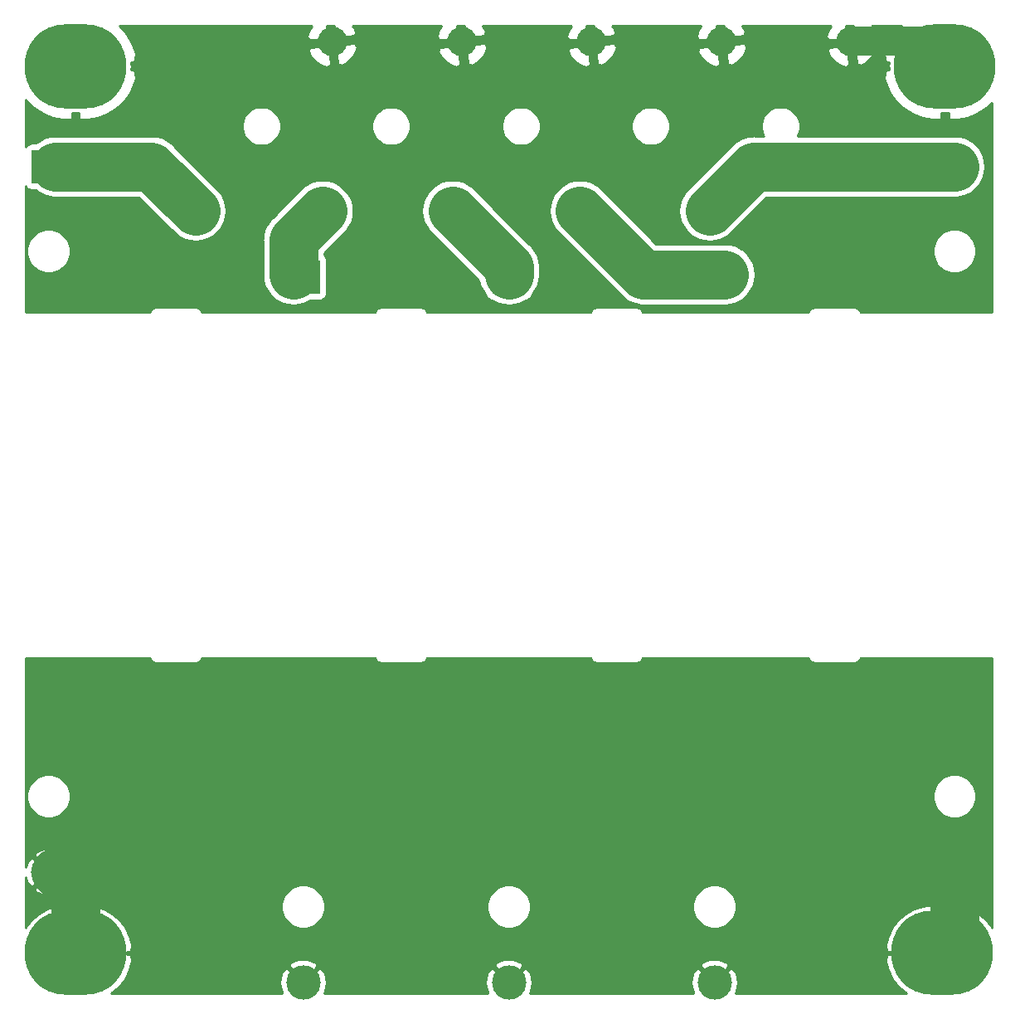
<source format=gbr>
G04 #@! TF.GenerationSoftware,KiCad,Pcbnew,(5.1.2)-2*
G04 #@! TF.CreationDate,2019-10-08T20:06:50+08:00*
G04 #@! TF.ProjectId,18650 holder,31383635-3020-4686-9f6c-6465722e6b69,rev?*
G04 #@! TF.SameCoordinates,Original*
G04 #@! TF.FileFunction,Copper,L2,Bot*
G04 #@! TF.FilePolarity,Positive*
%FSLAX46Y46*%
G04 Gerber Fmt 4.6, Leading zero omitted, Abs format (unit mm)*
G04 Created by KiCad (PCBNEW (5.1.2)-2) date 2019-10-08 20:06:50*
%MOMM*%
%LPD*%
G04 APERTURE LIST*
%ADD10C,3.000000*%
%ADD11R,3.500000X3.500000*%
%ADD12C,3.500000*%
%ADD13C,0.900000*%
%ADD14O,10.400000X8.600000*%
%ADD15C,5.000000*%
%ADD16C,3.000000*%
%ADD17C,0.254000*%
G04 APERTURE END LIST*
D10*
X188962721Y-39264000D03*
X174500000Y-56500000D03*
X135962721Y-39264000D03*
X121500000Y-56500000D03*
X149212721Y-39264000D03*
X134750000Y-56500000D03*
X162462721Y-39264000D03*
X148000000Y-56500000D03*
X175712721Y-39264000D03*
X161250000Y-56500000D03*
D11*
X199500000Y-52000000D03*
D12*
X199500000Y-124000000D03*
D13*
X194699000Y-43200000D03*
X198500000Y-44975000D03*
X202301000Y-43200000D03*
X202650000Y-41750000D03*
X202301000Y-40300000D03*
X198500000Y-38525000D03*
X194699000Y-40300000D03*
X194350000Y-41750000D03*
X196995000Y-44901000D03*
X195580000Y-44271000D03*
X195580000Y-39229000D03*
X201420000Y-39229000D03*
X201420000Y-44271000D03*
X200005000Y-44901000D03*
X200005000Y-38599000D03*
X196995000Y-38599000D03*
D14*
X198500000Y-41750000D03*
D13*
X194449000Y-133700000D03*
X198250000Y-135475000D03*
X202051000Y-133700000D03*
X202400000Y-132250000D03*
X202051000Y-130800000D03*
X198250000Y-129025000D03*
X194449000Y-130800000D03*
X194100000Y-132250000D03*
X196745000Y-135401000D03*
X195330000Y-134771000D03*
X195330000Y-129729000D03*
X201170000Y-129729000D03*
X201170000Y-134771000D03*
X199755000Y-135401000D03*
X199755000Y-129099000D03*
X196745000Y-129099000D03*
D14*
X198250000Y-132250000D03*
D13*
X105949000Y-133700000D03*
X109750000Y-135475000D03*
X113551000Y-133700000D03*
X113900000Y-132250000D03*
X113551000Y-130800000D03*
X109750000Y-129025000D03*
X105949000Y-130800000D03*
X105600000Y-132250000D03*
X108245000Y-135401000D03*
X106830000Y-134771000D03*
X106830000Y-129729000D03*
X112670000Y-129729000D03*
X112670000Y-134771000D03*
X111255000Y-135401000D03*
X111255000Y-129099000D03*
X108245000Y-129099000D03*
D14*
X109750000Y-132250000D03*
D13*
X105949000Y-43200000D03*
X109750000Y-44975000D03*
X113551000Y-43200000D03*
X113900000Y-41750000D03*
X113551000Y-40300000D03*
X109750000Y-38525000D03*
X105949000Y-40300000D03*
X105600000Y-41750000D03*
X108245000Y-44901000D03*
X106830000Y-44271000D03*
X106830000Y-39229000D03*
X112670000Y-39229000D03*
X112670000Y-44271000D03*
X111255000Y-44901000D03*
X111255000Y-38599000D03*
X108245000Y-38599000D03*
D14*
X109750000Y-41750000D03*
D11*
X107000000Y-52000000D03*
D12*
X107000000Y-124000000D03*
D11*
X133000000Y-63250000D03*
D12*
X133000000Y-135250000D03*
D11*
X154000000Y-63250000D03*
D12*
X154000000Y-135250000D03*
D11*
X175000000Y-63250000D03*
D12*
X175000000Y-135250000D03*
D15*
X167750000Y-63000000D02*
X161250000Y-56500000D01*
X176000000Y-63000000D02*
X167750000Y-63000000D01*
X199500000Y-131000000D02*
X198250000Y-132250000D01*
X199500000Y-124000000D02*
X199500000Y-131000000D01*
X109750000Y-126000000D02*
X107750000Y-124000000D01*
X109750000Y-132250000D02*
X109750000Y-126000000D01*
X154000000Y-62250000D02*
X148250000Y-56500000D01*
X154000000Y-63000000D02*
X154000000Y-62250000D01*
X132000000Y-59500000D02*
X135000000Y-56500000D01*
X132000000Y-63000000D02*
X132000000Y-59500000D01*
X117500000Y-52000000D02*
X122000000Y-56500000D01*
X107750000Y-52000000D02*
X117500000Y-52000000D01*
D16*
X195687396Y-39187396D02*
X198250000Y-41750000D01*
X189027000Y-39187396D02*
X195687396Y-39187396D01*
D15*
X179000000Y-52000000D02*
X174500000Y-56500000D01*
X199500000Y-52000000D02*
X179000000Y-52000000D01*
D17*
G36*
X117349550Y-102129383D02*
G01*
X117387290Y-102253793D01*
X117448575Y-102368450D01*
X117531052Y-102468948D01*
X117631550Y-102551425D01*
X117746207Y-102612710D01*
X117870617Y-102650450D01*
X117967581Y-102660000D01*
X118000000Y-102663193D01*
X118032419Y-102660000D01*
X121967581Y-102660000D01*
X122000000Y-102663193D01*
X122032419Y-102660000D01*
X122129383Y-102650450D01*
X122253793Y-102612710D01*
X122368450Y-102551425D01*
X122468948Y-102468948D01*
X122551425Y-102368450D01*
X122612710Y-102253793D01*
X122650450Y-102129383D01*
X122650685Y-102127000D01*
X140349315Y-102127000D01*
X140349550Y-102129383D01*
X140387290Y-102253793D01*
X140448575Y-102368450D01*
X140531052Y-102468948D01*
X140631550Y-102551425D01*
X140746207Y-102612710D01*
X140870617Y-102650450D01*
X140967581Y-102660000D01*
X141000000Y-102663193D01*
X141032419Y-102660000D01*
X144967581Y-102660000D01*
X145000000Y-102663193D01*
X145032419Y-102660000D01*
X145129383Y-102650450D01*
X145253793Y-102612710D01*
X145368450Y-102551425D01*
X145468948Y-102468948D01*
X145551425Y-102368450D01*
X145612710Y-102253793D01*
X145650450Y-102129383D01*
X145650685Y-102127000D01*
X162349315Y-102127000D01*
X162349550Y-102129383D01*
X162387290Y-102253793D01*
X162448575Y-102368450D01*
X162531052Y-102468948D01*
X162631550Y-102551425D01*
X162746207Y-102612710D01*
X162870617Y-102650450D01*
X162967581Y-102660000D01*
X163000000Y-102663193D01*
X163032419Y-102660000D01*
X166967581Y-102660000D01*
X167000000Y-102663193D01*
X167032419Y-102660000D01*
X167129383Y-102650450D01*
X167253793Y-102612710D01*
X167368450Y-102551425D01*
X167468948Y-102468948D01*
X167551425Y-102368450D01*
X167612710Y-102253793D01*
X167650450Y-102129383D01*
X167650685Y-102127000D01*
X184599315Y-102127000D01*
X184599550Y-102129383D01*
X184637290Y-102253793D01*
X184698575Y-102368450D01*
X184781052Y-102468948D01*
X184881550Y-102551425D01*
X184996207Y-102612710D01*
X185120617Y-102650450D01*
X185217581Y-102660000D01*
X185250000Y-102663193D01*
X185282419Y-102660000D01*
X189217581Y-102660000D01*
X189250000Y-102663193D01*
X189282419Y-102660000D01*
X189379383Y-102650450D01*
X189503793Y-102612710D01*
X189618450Y-102551425D01*
X189718948Y-102468948D01*
X189801425Y-102368450D01*
X189862710Y-102253793D01*
X189900450Y-102129383D01*
X189900685Y-102127000D01*
X203340000Y-102127000D01*
X203340000Y-129646020D01*
X203323859Y-129613858D01*
X202729374Y-128850231D01*
X201997335Y-128217255D01*
X201155875Y-127739255D01*
X200237330Y-127434601D01*
X199277000Y-127315000D01*
X198377000Y-127315000D01*
X198377000Y-127942397D01*
X198165610Y-127938021D01*
X198123000Y-127945584D01*
X198123000Y-127315000D01*
X197223000Y-127315000D01*
X196262670Y-127434601D01*
X195344125Y-127739255D01*
X194502665Y-128217255D01*
X193770626Y-128850231D01*
X193176141Y-129613858D01*
X192742055Y-130478790D01*
X192497239Y-131352815D01*
X192575439Y-132123000D01*
X193017397Y-132123000D01*
X193013021Y-132334390D01*
X193020584Y-132377000D01*
X192575439Y-132377000D01*
X192497239Y-133147185D01*
X192742055Y-134021210D01*
X193176141Y-134886142D01*
X193770626Y-135649769D01*
X194502665Y-136282745D01*
X194603455Y-136340000D01*
X177121358Y-136340000D01*
X177226513Y-136136591D01*
X177356696Y-135685185D01*
X177396313Y-135217054D01*
X177343842Y-134750189D01*
X177201297Y-134302532D01*
X177010766Y-133946073D01*
X176669609Y-133759997D01*
X175179605Y-135250000D01*
X175193748Y-135264142D01*
X175014142Y-135443748D01*
X175000000Y-135429605D01*
X174985858Y-135443748D01*
X174806252Y-135264142D01*
X174820395Y-135250000D01*
X173330391Y-133759997D01*
X172989234Y-133946073D01*
X172773487Y-134363409D01*
X172643304Y-134814815D01*
X172603687Y-135282946D01*
X172656158Y-135749811D01*
X172798703Y-136197468D01*
X172874888Y-136340000D01*
X156121358Y-136340000D01*
X156226513Y-136136591D01*
X156356696Y-135685185D01*
X156396313Y-135217054D01*
X156343842Y-134750189D01*
X156201297Y-134302532D01*
X156010766Y-133946073D01*
X155669609Y-133759997D01*
X154179605Y-135250000D01*
X154193748Y-135264142D01*
X154014142Y-135443748D01*
X154000000Y-135429605D01*
X153985858Y-135443748D01*
X153806252Y-135264142D01*
X153820395Y-135250000D01*
X152330391Y-133759997D01*
X151989234Y-133946073D01*
X151773487Y-134363409D01*
X151643304Y-134814815D01*
X151603687Y-135282946D01*
X151656158Y-135749811D01*
X151798703Y-136197468D01*
X151874888Y-136340000D01*
X135121358Y-136340000D01*
X135226513Y-136136591D01*
X135356696Y-135685185D01*
X135396313Y-135217054D01*
X135343842Y-134750189D01*
X135201297Y-134302532D01*
X135010766Y-133946073D01*
X134669609Y-133759997D01*
X133179605Y-135250000D01*
X133193748Y-135264142D01*
X133014142Y-135443748D01*
X133000000Y-135429605D01*
X132985858Y-135443748D01*
X132806252Y-135264142D01*
X132820395Y-135250000D01*
X131330391Y-133759997D01*
X130989234Y-133946073D01*
X130773487Y-134363409D01*
X130643304Y-134814815D01*
X130603687Y-135282946D01*
X130656158Y-135749811D01*
X130798703Y-136197468D01*
X130874888Y-136340000D01*
X113396545Y-136340000D01*
X113497335Y-136282745D01*
X114229374Y-135649769D01*
X114823859Y-134886142D01*
X115257945Y-134021210D01*
X115381419Y-133580391D01*
X131509997Y-133580391D01*
X133000000Y-135070395D01*
X134490003Y-133580391D01*
X152509997Y-133580391D01*
X154000000Y-135070395D01*
X155490003Y-133580391D01*
X173509997Y-133580391D01*
X175000000Y-135070395D01*
X176490003Y-133580391D01*
X176303927Y-133239234D01*
X175886591Y-133023487D01*
X175435185Y-132893304D01*
X174967054Y-132853687D01*
X174500189Y-132906158D01*
X174052532Y-133048703D01*
X173696073Y-133239234D01*
X173509997Y-133580391D01*
X155490003Y-133580391D01*
X155303927Y-133239234D01*
X154886591Y-133023487D01*
X154435185Y-132893304D01*
X153967054Y-132853687D01*
X153500189Y-132906158D01*
X153052532Y-133048703D01*
X152696073Y-133239234D01*
X152509997Y-133580391D01*
X134490003Y-133580391D01*
X134303927Y-133239234D01*
X133886591Y-133023487D01*
X133435185Y-132893304D01*
X132967054Y-132853687D01*
X132500189Y-132906158D01*
X132052532Y-133048703D01*
X131696073Y-133239234D01*
X131509997Y-133580391D01*
X115381419Y-133580391D01*
X115502761Y-133147185D01*
X115424561Y-132377000D01*
X114982603Y-132377000D01*
X114986979Y-132165610D01*
X114979416Y-132123000D01*
X115424561Y-132123000D01*
X115502761Y-131352815D01*
X115257945Y-130478790D01*
X114823859Y-129613858D01*
X114229374Y-128850231D01*
X113497335Y-128217255D01*
X112655875Y-127739255D01*
X111737330Y-127434601D01*
X110777000Y-127315000D01*
X109877000Y-127315000D01*
X109877000Y-127942397D01*
X109665610Y-127938021D01*
X109623000Y-127945584D01*
X109623000Y-127315000D01*
X108723000Y-127315000D01*
X107762670Y-127434601D01*
X106844125Y-127739255D01*
X106002665Y-128217255D01*
X105270626Y-128850231D01*
X104676141Y-129613858D01*
X104660000Y-129646020D01*
X104660000Y-127284872D01*
X130765000Y-127284872D01*
X130765000Y-127725128D01*
X130850890Y-128156925D01*
X131019369Y-128563669D01*
X131263962Y-128929729D01*
X131575271Y-129241038D01*
X131941331Y-129485631D01*
X132348075Y-129654110D01*
X132779872Y-129740000D01*
X133220128Y-129740000D01*
X133651925Y-129654110D01*
X134058669Y-129485631D01*
X134424729Y-129241038D01*
X134736038Y-128929729D01*
X134980631Y-128563669D01*
X135149110Y-128156925D01*
X135235000Y-127725128D01*
X135235000Y-127284872D01*
X151765000Y-127284872D01*
X151765000Y-127725128D01*
X151850890Y-128156925D01*
X152019369Y-128563669D01*
X152263962Y-128929729D01*
X152575271Y-129241038D01*
X152941331Y-129485631D01*
X153348075Y-129654110D01*
X153779872Y-129740000D01*
X154220128Y-129740000D01*
X154651925Y-129654110D01*
X155058669Y-129485631D01*
X155424729Y-129241038D01*
X155736038Y-128929729D01*
X155980631Y-128563669D01*
X156149110Y-128156925D01*
X156235000Y-127725128D01*
X156235000Y-127284872D01*
X172765000Y-127284872D01*
X172765000Y-127725128D01*
X172850890Y-128156925D01*
X173019369Y-128563669D01*
X173263962Y-128929729D01*
X173575271Y-129241038D01*
X173941331Y-129485631D01*
X174348075Y-129654110D01*
X174779872Y-129740000D01*
X175220128Y-129740000D01*
X175651925Y-129654110D01*
X176058669Y-129485631D01*
X176424729Y-129241038D01*
X176736038Y-128929729D01*
X176980631Y-128563669D01*
X177149110Y-128156925D01*
X177235000Y-127725128D01*
X177235000Y-127284872D01*
X177149110Y-126853075D01*
X176980631Y-126446331D01*
X176736038Y-126080271D01*
X176424729Y-125768962D01*
X176276037Y-125669609D01*
X198009997Y-125669609D01*
X198196073Y-126010766D01*
X198613409Y-126226513D01*
X199064815Y-126356696D01*
X199532946Y-126396313D01*
X199999811Y-126343842D01*
X200447468Y-126201297D01*
X200803927Y-126010766D01*
X200990003Y-125669609D01*
X199500000Y-124179605D01*
X198009997Y-125669609D01*
X176276037Y-125669609D01*
X176058669Y-125524369D01*
X175651925Y-125355890D01*
X175220128Y-125270000D01*
X174779872Y-125270000D01*
X174348075Y-125355890D01*
X173941331Y-125524369D01*
X173575271Y-125768962D01*
X173263962Y-126080271D01*
X173019369Y-126446331D01*
X172850890Y-126853075D01*
X172765000Y-127284872D01*
X156235000Y-127284872D01*
X156149110Y-126853075D01*
X155980631Y-126446331D01*
X155736038Y-126080271D01*
X155424729Y-125768962D01*
X155058669Y-125524369D01*
X154651925Y-125355890D01*
X154220128Y-125270000D01*
X153779872Y-125270000D01*
X153348075Y-125355890D01*
X152941331Y-125524369D01*
X152575271Y-125768962D01*
X152263962Y-126080271D01*
X152019369Y-126446331D01*
X151850890Y-126853075D01*
X151765000Y-127284872D01*
X135235000Y-127284872D01*
X135149110Y-126853075D01*
X134980631Y-126446331D01*
X134736038Y-126080271D01*
X134424729Y-125768962D01*
X134058669Y-125524369D01*
X133651925Y-125355890D01*
X133220128Y-125270000D01*
X132779872Y-125270000D01*
X132348075Y-125355890D01*
X131941331Y-125524369D01*
X131575271Y-125768962D01*
X131263962Y-126080271D01*
X131019369Y-126446331D01*
X130850890Y-126853075D01*
X130765000Y-127284872D01*
X104660000Y-127284872D01*
X104660000Y-125669609D01*
X105509997Y-125669609D01*
X105696073Y-126010766D01*
X106113409Y-126226513D01*
X106564815Y-126356696D01*
X107032946Y-126396313D01*
X107499811Y-126343842D01*
X107947468Y-126201297D01*
X108303927Y-126010766D01*
X108490003Y-125669609D01*
X107000000Y-124179605D01*
X105509997Y-125669609D01*
X104660000Y-125669609D01*
X104660000Y-124511877D01*
X104798703Y-124947468D01*
X104989234Y-125303927D01*
X105330391Y-125490003D01*
X106820395Y-124000000D01*
X107179605Y-124000000D01*
X108669609Y-125490003D01*
X109010766Y-125303927D01*
X109226513Y-124886591D01*
X109356696Y-124435185D01*
X109390736Y-124032946D01*
X197103687Y-124032946D01*
X197156158Y-124499811D01*
X197298703Y-124947468D01*
X197489234Y-125303927D01*
X197830391Y-125490003D01*
X199320395Y-124000000D01*
X199679605Y-124000000D01*
X201169609Y-125490003D01*
X201510766Y-125303927D01*
X201726513Y-124886591D01*
X201856696Y-124435185D01*
X201896313Y-123967054D01*
X201843842Y-123500189D01*
X201701297Y-123052532D01*
X201510766Y-122696073D01*
X201169609Y-122509997D01*
X199679605Y-124000000D01*
X199320395Y-124000000D01*
X197830391Y-122509997D01*
X197489234Y-122696073D01*
X197273487Y-123113409D01*
X197143304Y-123564815D01*
X197103687Y-124032946D01*
X109390736Y-124032946D01*
X109396313Y-123967054D01*
X109343842Y-123500189D01*
X109201297Y-123052532D01*
X109010766Y-122696073D01*
X108669609Y-122509997D01*
X107179605Y-124000000D01*
X106820395Y-124000000D01*
X105330391Y-122509997D01*
X104989234Y-122696073D01*
X104773487Y-123113409D01*
X104660000Y-123506922D01*
X104660000Y-122330391D01*
X105509997Y-122330391D01*
X107000000Y-123820395D01*
X108490003Y-122330391D01*
X198009997Y-122330391D01*
X199500000Y-123820395D01*
X200990003Y-122330391D01*
X200803927Y-121989234D01*
X200386591Y-121773487D01*
X199935185Y-121643304D01*
X199467054Y-121603687D01*
X199000189Y-121656158D01*
X198552532Y-121798703D01*
X198196073Y-121989234D01*
X198009997Y-122330391D01*
X108490003Y-122330391D01*
X108303927Y-121989234D01*
X107886591Y-121773487D01*
X107435185Y-121643304D01*
X106967054Y-121603687D01*
X106500189Y-121656158D01*
X106052532Y-121798703D01*
X105696073Y-121989234D01*
X105509997Y-122330391D01*
X104660000Y-122330391D01*
X104660000Y-116034872D01*
X104765000Y-116034872D01*
X104765000Y-116475128D01*
X104850890Y-116906925D01*
X105019369Y-117313669D01*
X105263962Y-117679729D01*
X105575271Y-117991038D01*
X105941331Y-118235631D01*
X106348075Y-118404110D01*
X106779872Y-118490000D01*
X107220128Y-118490000D01*
X107651925Y-118404110D01*
X108058669Y-118235631D01*
X108424729Y-117991038D01*
X108736038Y-117679729D01*
X108980631Y-117313669D01*
X109149110Y-116906925D01*
X109235000Y-116475128D01*
X109235000Y-116034872D01*
X197265000Y-116034872D01*
X197265000Y-116475128D01*
X197350890Y-116906925D01*
X197519369Y-117313669D01*
X197763962Y-117679729D01*
X198075271Y-117991038D01*
X198441331Y-118235631D01*
X198848075Y-118404110D01*
X199279872Y-118490000D01*
X199720128Y-118490000D01*
X200151925Y-118404110D01*
X200558669Y-118235631D01*
X200924729Y-117991038D01*
X201236038Y-117679729D01*
X201480631Y-117313669D01*
X201649110Y-116906925D01*
X201735000Y-116475128D01*
X201735000Y-116034872D01*
X201649110Y-115603075D01*
X201480631Y-115196331D01*
X201236038Y-114830271D01*
X200924729Y-114518962D01*
X200558669Y-114274369D01*
X200151925Y-114105890D01*
X199720128Y-114020000D01*
X199279872Y-114020000D01*
X198848075Y-114105890D01*
X198441331Y-114274369D01*
X198075271Y-114518962D01*
X197763962Y-114830271D01*
X197519369Y-115196331D01*
X197350890Y-115603075D01*
X197265000Y-116034872D01*
X109235000Y-116034872D01*
X109149110Y-115603075D01*
X108980631Y-115196331D01*
X108736038Y-114830271D01*
X108424729Y-114518962D01*
X108058669Y-114274369D01*
X107651925Y-114105890D01*
X107220128Y-114020000D01*
X106779872Y-114020000D01*
X106348075Y-114105890D01*
X105941331Y-114274369D01*
X105575271Y-114518962D01*
X105263962Y-114830271D01*
X105019369Y-115196331D01*
X104850890Y-115603075D01*
X104765000Y-116034872D01*
X104660000Y-116034872D01*
X104660000Y-102127000D01*
X117349315Y-102127000D01*
X117349550Y-102129383D01*
X117349550Y-102129383D01*
G37*
X117349550Y-102129383D02*
X117387290Y-102253793D01*
X117448575Y-102368450D01*
X117531052Y-102468948D01*
X117631550Y-102551425D01*
X117746207Y-102612710D01*
X117870617Y-102650450D01*
X117967581Y-102660000D01*
X118000000Y-102663193D01*
X118032419Y-102660000D01*
X121967581Y-102660000D01*
X122000000Y-102663193D01*
X122032419Y-102660000D01*
X122129383Y-102650450D01*
X122253793Y-102612710D01*
X122368450Y-102551425D01*
X122468948Y-102468948D01*
X122551425Y-102368450D01*
X122612710Y-102253793D01*
X122650450Y-102129383D01*
X122650685Y-102127000D01*
X140349315Y-102127000D01*
X140349550Y-102129383D01*
X140387290Y-102253793D01*
X140448575Y-102368450D01*
X140531052Y-102468948D01*
X140631550Y-102551425D01*
X140746207Y-102612710D01*
X140870617Y-102650450D01*
X140967581Y-102660000D01*
X141000000Y-102663193D01*
X141032419Y-102660000D01*
X144967581Y-102660000D01*
X145000000Y-102663193D01*
X145032419Y-102660000D01*
X145129383Y-102650450D01*
X145253793Y-102612710D01*
X145368450Y-102551425D01*
X145468948Y-102468948D01*
X145551425Y-102368450D01*
X145612710Y-102253793D01*
X145650450Y-102129383D01*
X145650685Y-102127000D01*
X162349315Y-102127000D01*
X162349550Y-102129383D01*
X162387290Y-102253793D01*
X162448575Y-102368450D01*
X162531052Y-102468948D01*
X162631550Y-102551425D01*
X162746207Y-102612710D01*
X162870617Y-102650450D01*
X162967581Y-102660000D01*
X163000000Y-102663193D01*
X163032419Y-102660000D01*
X166967581Y-102660000D01*
X167000000Y-102663193D01*
X167032419Y-102660000D01*
X167129383Y-102650450D01*
X167253793Y-102612710D01*
X167368450Y-102551425D01*
X167468948Y-102468948D01*
X167551425Y-102368450D01*
X167612710Y-102253793D01*
X167650450Y-102129383D01*
X167650685Y-102127000D01*
X184599315Y-102127000D01*
X184599550Y-102129383D01*
X184637290Y-102253793D01*
X184698575Y-102368450D01*
X184781052Y-102468948D01*
X184881550Y-102551425D01*
X184996207Y-102612710D01*
X185120617Y-102650450D01*
X185217581Y-102660000D01*
X185250000Y-102663193D01*
X185282419Y-102660000D01*
X189217581Y-102660000D01*
X189250000Y-102663193D01*
X189282419Y-102660000D01*
X189379383Y-102650450D01*
X189503793Y-102612710D01*
X189618450Y-102551425D01*
X189718948Y-102468948D01*
X189801425Y-102368450D01*
X189862710Y-102253793D01*
X189900450Y-102129383D01*
X189900685Y-102127000D01*
X203340000Y-102127000D01*
X203340000Y-129646020D01*
X203323859Y-129613858D01*
X202729374Y-128850231D01*
X201997335Y-128217255D01*
X201155875Y-127739255D01*
X200237330Y-127434601D01*
X199277000Y-127315000D01*
X198377000Y-127315000D01*
X198377000Y-127942397D01*
X198165610Y-127938021D01*
X198123000Y-127945584D01*
X198123000Y-127315000D01*
X197223000Y-127315000D01*
X196262670Y-127434601D01*
X195344125Y-127739255D01*
X194502665Y-128217255D01*
X193770626Y-128850231D01*
X193176141Y-129613858D01*
X192742055Y-130478790D01*
X192497239Y-131352815D01*
X192575439Y-132123000D01*
X193017397Y-132123000D01*
X193013021Y-132334390D01*
X193020584Y-132377000D01*
X192575439Y-132377000D01*
X192497239Y-133147185D01*
X192742055Y-134021210D01*
X193176141Y-134886142D01*
X193770626Y-135649769D01*
X194502665Y-136282745D01*
X194603455Y-136340000D01*
X177121358Y-136340000D01*
X177226513Y-136136591D01*
X177356696Y-135685185D01*
X177396313Y-135217054D01*
X177343842Y-134750189D01*
X177201297Y-134302532D01*
X177010766Y-133946073D01*
X176669609Y-133759997D01*
X175179605Y-135250000D01*
X175193748Y-135264142D01*
X175014142Y-135443748D01*
X175000000Y-135429605D01*
X174985858Y-135443748D01*
X174806252Y-135264142D01*
X174820395Y-135250000D01*
X173330391Y-133759997D01*
X172989234Y-133946073D01*
X172773487Y-134363409D01*
X172643304Y-134814815D01*
X172603687Y-135282946D01*
X172656158Y-135749811D01*
X172798703Y-136197468D01*
X172874888Y-136340000D01*
X156121358Y-136340000D01*
X156226513Y-136136591D01*
X156356696Y-135685185D01*
X156396313Y-135217054D01*
X156343842Y-134750189D01*
X156201297Y-134302532D01*
X156010766Y-133946073D01*
X155669609Y-133759997D01*
X154179605Y-135250000D01*
X154193748Y-135264142D01*
X154014142Y-135443748D01*
X154000000Y-135429605D01*
X153985858Y-135443748D01*
X153806252Y-135264142D01*
X153820395Y-135250000D01*
X152330391Y-133759997D01*
X151989234Y-133946073D01*
X151773487Y-134363409D01*
X151643304Y-134814815D01*
X151603687Y-135282946D01*
X151656158Y-135749811D01*
X151798703Y-136197468D01*
X151874888Y-136340000D01*
X135121358Y-136340000D01*
X135226513Y-136136591D01*
X135356696Y-135685185D01*
X135396313Y-135217054D01*
X135343842Y-134750189D01*
X135201297Y-134302532D01*
X135010766Y-133946073D01*
X134669609Y-133759997D01*
X133179605Y-135250000D01*
X133193748Y-135264142D01*
X133014142Y-135443748D01*
X133000000Y-135429605D01*
X132985858Y-135443748D01*
X132806252Y-135264142D01*
X132820395Y-135250000D01*
X131330391Y-133759997D01*
X130989234Y-133946073D01*
X130773487Y-134363409D01*
X130643304Y-134814815D01*
X130603687Y-135282946D01*
X130656158Y-135749811D01*
X130798703Y-136197468D01*
X130874888Y-136340000D01*
X113396545Y-136340000D01*
X113497335Y-136282745D01*
X114229374Y-135649769D01*
X114823859Y-134886142D01*
X115257945Y-134021210D01*
X115381419Y-133580391D01*
X131509997Y-133580391D01*
X133000000Y-135070395D01*
X134490003Y-133580391D01*
X152509997Y-133580391D01*
X154000000Y-135070395D01*
X155490003Y-133580391D01*
X173509997Y-133580391D01*
X175000000Y-135070395D01*
X176490003Y-133580391D01*
X176303927Y-133239234D01*
X175886591Y-133023487D01*
X175435185Y-132893304D01*
X174967054Y-132853687D01*
X174500189Y-132906158D01*
X174052532Y-133048703D01*
X173696073Y-133239234D01*
X173509997Y-133580391D01*
X155490003Y-133580391D01*
X155303927Y-133239234D01*
X154886591Y-133023487D01*
X154435185Y-132893304D01*
X153967054Y-132853687D01*
X153500189Y-132906158D01*
X153052532Y-133048703D01*
X152696073Y-133239234D01*
X152509997Y-133580391D01*
X134490003Y-133580391D01*
X134303927Y-133239234D01*
X133886591Y-133023487D01*
X133435185Y-132893304D01*
X132967054Y-132853687D01*
X132500189Y-132906158D01*
X132052532Y-133048703D01*
X131696073Y-133239234D01*
X131509997Y-133580391D01*
X115381419Y-133580391D01*
X115502761Y-133147185D01*
X115424561Y-132377000D01*
X114982603Y-132377000D01*
X114986979Y-132165610D01*
X114979416Y-132123000D01*
X115424561Y-132123000D01*
X115502761Y-131352815D01*
X115257945Y-130478790D01*
X114823859Y-129613858D01*
X114229374Y-128850231D01*
X113497335Y-128217255D01*
X112655875Y-127739255D01*
X111737330Y-127434601D01*
X110777000Y-127315000D01*
X109877000Y-127315000D01*
X109877000Y-127942397D01*
X109665610Y-127938021D01*
X109623000Y-127945584D01*
X109623000Y-127315000D01*
X108723000Y-127315000D01*
X107762670Y-127434601D01*
X106844125Y-127739255D01*
X106002665Y-128217255D01*
X105270626Y-128850231D01*
X104676141Y-129613858D01*
X104660000Y-129646020D01*
X104660000Y-127284872D01*
X130765000Y-127284872D01*
X130765000Y-127725128D01*
X130850890Y-128156925D01*
X131019369Y-128563669D01*
X131263962Y-128929729D01*
X131575271Y-129241038D01*
X131941331Y-129485631D01*
X132348075Y-129654110D01*
X132779872Y-129740000D01*
X133220128Y-129740000D01*
X133651925Y-129654110D01*
X134058669Y-129485631D01*
X134424729Y-129241038D01*
X134736038Y-128929729D01*
X134980631Y-128563669D01*
X135149110Y-128156925D01*
X135235000Y-127725128D01*
X135235000Y-127284872D01*
X151765000Y-127284872D01*
X151765000Y-127725128D01*
X151850890Y-128156925D01*
X152019369Y-128563669D01*
X152263962Y-128929729D01*
X152575271Y-129241038D01*
X152941331Y-129485631D01*
X153348075Y-129654110D01*
X153779872Y-129740000D01*
X154220128Y-129740000D01*
X154651925Y-129654110D01*
X155058669Y-129485631D01*
X155424729Y-129241038D01*
X155736038Y-128929729D01*
X155980631Y-128563669D01*
X156149110Y-128156925D01*
X156235000Y-127725128D01*
X156235000Y-127284872D01*
X172765000Y-127284872D01*
X172765000Y-127725128D01*
X172850890Y-128156925D01*
X173019369Y-128563669D01*
X173263962Y-128929729D01*
X173575271Y-129241038D01*
X173941331Y-129485631D01*
X174348075Y-129654110D01*
X174779872Y-129740000D01*
X175220128Y-129740000D01*
X175651925Y-129654110D01*
X176058669Y-129485631D01*
X176424729Y-129241038D01*
X176736038Y-128929729D01*
X176980631Y-128563669D01*
X177149110Y-128156925D01*
X177235000Y-127725128D01*
X177235000Y-127284872D01*
X177149110Y-126853075D01*
X176980631Y-126446331D01*
X176736038Y-126080271D01*
X176424729Y-125768962D01*
X176276037Y-125669609D01*
X198009997Y-125669609D01*
X198196073Y-126010766D01*
X198613409Y-126226513D01*
X199064815Y-126356696D01*
X199532946Y-126396313D01*
X199999811Y-126343842D01*
X200447468Y-126201297D01*
X200803927Y-126010766D01*
X200990003Y-125669609D01*
X199500000Y-124179605D01*
X198009997Y-125669609D01*
X176276037Y-125669609D01*
X176058669Y-125524369D01*
X175651925Y-125355890D01*
X175220128Y-125270000D01*
X174779872Y-125270000D01*
X174348075Y-125355890D01*
X173941331Y-125524369D01*
X173575271Y-125768962D01*
X173263962Y-126080271D01*
X173019369Y-126446331D01*
X172850890Y-126853075D01*
X172765000Y-127284872D01*
X156235000Y-127284872D01*
X156149110Y-126853075D01*
X155980631Y-126446331D01*
X155736038Y-126080271D01*
X155424729Y-125768962D01*
X155058669Y-125524369D01*
X154651925Y-125355890D01*
X154220128Y-125270000D01*
X153779872Y-125270000D01*
X153348075Y-125355890D01*
X152941331Y-125524369D01*
X152575271Y-125768962D01*
X152263962Y-126080271D01*
X152019369Y-126446331D01*
X151850890Y-126853075D01*
X151765000Y-127284872D01*
X135235000Y-127284872D01*
X135149110Y-126853075D01*
X134980631Y-126446331D01*
X134736038Y-126080271D01*
X134424729Y-125768962D01*
X134058669Y-125524369D01*
X133651925Y-125355890D01*
X133220128Y-125270000D01*
X132779872Y-125270000D01*
X132348075Y-125355890D01*
X131941331Y-125524369D01*
X131575271Y-125768962D01*
X131263962Y-126080271D01*
X131019369Y-126446331D01*
X130850890Y-126853075D01*
X130765000Y-127284872D01*
X104660000Y-127284872D01*
X104660000Y-125669609D01*
X105509997Y-125669609D01*
X105696073Y-126010766D01*
X106113409Y-126226513D01*
X106564815Y-126356696D01*
X107032946Y-126396313D01*
X107499811Y-126343842D01*
X107947468Y-126201297D01*
X108303927Y-126010766D01*
X108490003Y-125669609D01*
X107000000Y-124179605D01*
X105509997Y-125669609D01*
X104660000Y-125669609D01*
X104660000Y-124511877D01*
X104798703Y-124947468D01*
X104989234Y-125303927D01*
X105330391Y-125490003D01*
X106820395Y-124000000D01*
X107179605Y-124000000D01*
X108669609Y-125490003D01*
X109010766Y-125303927D01*
X109226513Y-124886591D01*
X109356696Y-124435185D01*
X109390736Y-124032946D01*
X197103687Y-124032946D01*
X197156158Y-124499811D01*
X197298703Y-124947468D01*
X197489234Y-125303927D01*
X197830391Y-125490003D01*
X199320395Y-124000000D01*
X199679605Y-124000000D01*
X201169609Y-125490003D01*
X201510766Y-125303927D01*
X201726513Y-124886591D01*
X201856696Y-124435185D01*
X201896313Y-123967054D01*
X201843842Y-123500189D01*
X201701297Y-123052532D01*
X201510766Y-122696073D01*
X201169609Y-122509997D01*
X199679605Y-124000000D01*
X199320395Y-124000000D01*
X197830391Y-122509997D01*
X197489234Y-122696073D01*
X197273487Y-123113409D01*
X197143304Y-123564815D01*
X197103687Y-124032946D01*
X109390736Y-124032946D01*
X109396313Y-123967054D01*
X109343842Y-123500189D01*
X109201297Y-123052532D01*
X109010766Y-122696073D01*
X108669609Y-122509997D01*
X107179605Y-124000000D01*
X106820395Y-124000000D01*
X105330391Y-122509997D01*
X104989234Y-122696073D01*
X104773487Y-123113409D01*
X104660000Y-123506922D01*
X104660000Y-122330391D01*
X105509997Y-122330391D01*
X107000000Y-123820395D01*
X108490003Y-122330391D01*
X198009997Y-122330391D01*
X199500000Y-123820395D01*
X200990003Y-122330391D01*
X200803927Y-121989234D01*
X200386591Y-121773487D01*
X199935185Y-121643304D01*
X199467054Y-121603687D01*
X199000189Y-121656158D01*
X198552532Y-121798703D01*
X198196073Y-121989234D01*
X198009997Y-122330391D01*
X108490003Y-122330391D01*
X108303927Y-121989234D01*
X107886591Y-121773487D01*
X107435185Y-121643304D01*
X106967054Y-121603687D01*
X106500189Y-121656158D01*
X106052532Y-121798703D01*
X105696073Y-121989234D01*
X105509997Y-122330391D01*
X104660000Y-122330391D01*
X104660000Y-116034872D01*
X104765000Y-116034872D01*
X104765000Y-116475128D01*
X104850890Y-116906925D01*
X105019369Y-117313669D01*
X105263962Y-117679729D01*
X105575271Y-117991038D01*
X105941331Y-118235631D01*
X106348075Y-118404110D01*
X106779872Y-118490000D01*
X107220128Y-118490000D01*
X107651925Y-118404110D01*
X108058669Y-118235631D01*
X108424729Y-117991038D01*
X108736038Y-117679729D01*
X108980631Y-117313669D01*
X109149110Y-116906925D01*
X109235000Y-116475128D01*
X109235000Y-116034872D01*
X197265000Y-116034872D01*
X197265000Y-116475128D01*
X197350890Y-116906925D01*
X197519369Y-117313669D01*
X197763962Y-117679729D01*
X198075271Y-117991038D01*
X198441331Y-118235631D01*
X198848075Y-118404110D01*
X199279872Y-118490000D01*
X199720128Y-118490000D01*
X200151925Y-118404110D01*
X200558669Y-118235631D01*
X200924729Y-117991038D01*
X201236038Y-117679729D01*
X201480631Y-117313669D01*
X201649110Y-116906925D01*
X201735000Y-116475128D01*
X201735000Y-116034872D01*
X201649110Y-115603075D01*
X201480631Y-115196331D01*
X201236038Y-114830271D01*
X200924729Y-114518962D01*
X200558669Y-114274369D01*
X200151925Y-114105890D01*
X199720128Y-114020000D01*
X199279872Y-114020000D01*
X198848075Y-114105890D01*
X198441331Y-114274369D01*
X198075271Y-114518962D01*
X197763962Y-114830271D01*
X197519369Y-115196331D01*
X197350890Y-115603075D01*
X197265000Y-116034872D01*
X109235000Y-116034872D01*
X109149110Y-115603075D01*
X108980631Y-115196331D01*
X108736038Y-114830271D01*
X108424729Y-114518962D01*
X108058669Y-114274369D01*
X107651925Y-114105890D01*
X107220128Y-114020000D01*
X106779872Y-114020000D01*
X106348075Y-114105890D01*
X105941331Y-114274369D01*
X105575271Y-114518962D01*
X105263962Y-114830271D01*
X105019369Y-115196331D01*
X104850890Y-115603075D01*
X104765000Y-116034872D01*
X104660000Y-116034872D01*
X104660000Y-102127000D01*
X117349315Y-102127000D01*
X117349550Y-102129383D01*
G36*
X109877000Y-132123000D02*
G01*
X112817397Y-132123000D01*
X112813021Y-132334390D01*
X112820584Y-132377000D01*
X109877000Y-132377000D01*
X109877000Y-132397000D01*
X109623000Y-132397000D01*
X109623000Y-132377000D01*
X109603000Y-132377000D01*
X109603000Y-132123000D01*
X109623000Y-132123000D01*
X109623000Y-130107603D01*
X109834390Y-130111979D01*
X109877000Y-130104416D01*
X109877000Y-132123000D01*
X109877000Y-132123000D01*
G37*
X109877000Y-132123000D02*
X112817397Y-132123000D01*
X112813021Y-132334390D01*
X112820584Y-132377000D01*
X109877000Y-132377000D01*
X109877000Y-132397000D01*
X109623000Y-132397000D01*
X109623000Y-132377000D01*
X109603000Y-132377000D01*
X109603000Y-132123000D01*
X109623000Y-132123000D01*
X109623000Y-130107603D01*
X109834390Y-130111979D01*
X109877000Y-130104416D01*
X109877000Y-132123000D01*
G36*
X198377000Y-132123000D02*
G01*
X198397000Y-132123000D01*
X198397000Y-132377000D01*
X198377000Y-132377000D01*
X198377000Y-132397000D01*
X198123000Y-132397000D01*
X198123000Y-132377000D01*
X195182603Y-132377000D01*
X195186979Y-132165610D01*
X195179416Y-132123000D01*
X198123000Y-132123000D01*
X198123000Y-130107603D01*
X198334390Y-130111979D01*
X198377000Y-130104416D01*
X198377000Y-132123000D01*
X198377000Y-132123000D01*
G37*
X198377000Y-132123000D02*
X198397000Y-132123000D01*
X198397000Y-132377000D01*
X198377000Y-132377000D01*
X198377000Y-132397000D01*
X198123000Y-132397000D01*
X198123000Y-132377000D01*
X195182603Y-132377000D01*
X195186979Y-132165610D01*
X195179416Y-132123000D01*
X198123000Y-132123000D01*
X198123000Y-130107603D01*
X198334390Y-130111979D01*
X198377000Y-130104416D01*
X198377000Y-132123000D01*
G36*
X194293748Y-132235858D02*
G01*
X194279605Y-132250000D01*
X194293748Y-132264143D01*
X194180890Y-132377000D01*
X194019110Y-132377000D01*
X193906253Y-132264143D01*
X193920395Y-132250000D01*
X193906253Y-132235858D01*
X194019110Y-132123000D01*
X194180890Y-132123000D01*
X194293748Y-132235858D01*
X194293748Y-132235858D01*
G37*
X194293748Y-132235858D02*
X194279605Y-132250000D01*
X194293748Y-132264143D01*
X194180890Y-132377000D01*
X194019110Y-132377000D01*
X193906253Y-132264143D01*
X193920395Y-132250000D01*
X193906253Y-132235858D01*
X194019110Y-132123000D01*
X194180890Y-132123000D01*
X194293748Y-132235858D01*
G36*
X114093748Y-132235858D02*
G01*
X114079605Y-132250000D01*
X114093748Y-132264143D01*
X113980890Y-132377000D01*
X113819110Y-132377000D01*
X113706253Y-132264143D01*
X113720395Y-132250000D01*
X113706253Y-132235858D01*
X113819110Y-132123000D01*
X113980890Y-132123000D01*
X114093748Y-132235858D01*
X114093748Y-132235858D01*
G37*
X114093748Y-132235858D02*
X114079605Y-132250000D01*
X114093748Y-132264143D01*
X113980890Y-132377000D01*
X113819110Y-132377000D01*
X113706253Y-132264143D01*
X113720395Y-132250000D01*
X113706253Y-132235858D01*
X113819110Y-132123000D01*
X113980890Y-132123000D01*
X114093748Y-132235858D01*
G36*
X198377000Y-128944110D02*
G01*
X198377000Y-129105890D01*
X198264143Y-129218748D01*
X198250000Y-129204605D01*
X198235858Y-129218748D01*
X198123000Y-129105890D01*
X198123000Y-128944110D01*
X198235858Y-128831253D01*
X198250000Y-128845395D01*
X198264143Y-128831253D01*
X198377000Y-128944110D01*
X198377000Y-128944110D01*
G37*
X198377000Y-128944110D02*
X198377000Y-129105890D01*
X198264143Y-129218748D01*
X198250000Y-129204605D01*
X198235858Y-129218748D01*
X198123000Y-129105890D01*
X198123000Y-128944110D01*
X198235858Y-128831253D01*
X198250000Y-128845395D01*
X198264143Y-128831253D01*
X198377000Y-128944110D01*
G36*
X109877000Y-128944110D02*
G01*
X109877000Y-129105890D01*
X109764143Y-129218748D01*
X109750000Y-129204605D01*
X109735858Y-129218748D01*
X109623000Y-129105890D01*
X109623000Y-128944110D01*
X109735858Y-128831253D01*
X109750000Y-128845395D01*
X109764143Y-128831253D01*
X109877000Y-128944110D01*
X109877000Y-128944110D01*
G37*
X109877000Y-128944110D02*
X109877000Y-129105890D01*
X109764143Y-129218748D01*
X109750000Y-129204605D01*
X109735858Y-129218748D01*
X109623000Y-129105890D01*
X109623000Y-128944110D01*
X109735858Y-128831253D01*
X109750000Y-128845395D01*
X109764143Y-128831253D01*
X109877000Y-128944110D01*
G36*
X133832846Y-37661630D02*
G01*
X133857806Y-37686590D01*
X133777572Y-37783055D01*
X133530641Y-38237812D01*
X133381881Y-38709619D01*
X133610800Y-39095342D01*
X135133352Y-38962135D01*
X135421076Y-39249859D01*
X135948580Y-38722355D01*
X135501822Y-38275597D01*
X135447964Y-37660000D01*
X136196814Y-37660000D01*
X136264586Y-38434631D01*
X135976862Y-38722355D01*
X136504366Y-39249859D01*
X136951124Y-38803101D01*
X138249624Y-38689497D01*
X138408085Y-38269884D01*
X138167156Y-37811918D01*
X138066552Y-37687674D01*
X138092596Y-37661630D01*
X138090966Y-37660000D01*
X147084476Y-37660000D01*
X147082846Y-37661630D01*
X147107806Y-37686590D01*
X147027572Y-37783055D01*
X146780641Y-38237812D01*
X146631881Y-38709619D01*
X146860800Y-39095342D01*
X148383352Y-38962135D01*
X148671076Y-39249859D01*
X149198580Y-38722355D01*
X148751822Y-38275597D01*
X148697964Y-37660000D01*
X149446814Y-37660000D01*
X149514586Y-38434631D01*
X149226862Y-38722355D01*
X149754366Y-39249859D01*
X150201124Y-38803101D01*
X151499624Y-38689497D01*
X151658085Y-38269884D01*
X151417156Y-37811918D01*
X151316552Y-37687674D01*
X151342596Y-37661630D01*
X151340966Y-37660000D01*
X160334476Y-37660000D01*
X160332846Y-37661630D01*
X160357806Y-37686590D01*
X160277572Y-37783055D01*
X160030641Y-38237812D01*
X159881881Y-38709619D01*
X160110800Y-39095342D01*
X161633352Y-38962135D01*
X161921076Y-39249859D01*
X162448580Y-38722355D01*
X162001822Y-38275597D01*
X161947964Y-37660000D01*
X162696814Y-37660000D01*
X162764586Y-38434631D01*
X162476862Y-38722355D01*
X163004366Y-39249859D01*
X163451124Y-38803101D01*
X164749624Y-38689497D01*
X164908085Y-38269884D01*
X164667156Y-37811918D01*
X164566552Y-37687674D01*
X164592596Y-37661630D01*
X164590966Y-37660000D01*
X173584476Y-37660000D01*
X173582846Y-37661630D01*
X173607806Y-37686590D01*
X173527572Y-37783055D01*
X173280641Y-38237812D01*
X173131881Y-38709619D01*
X173360800Y-39095342D01*
X174883352Y-38962135D01*
X175171076Y-39249859D01*
X175698580Y-38722355D01*
X175251822Y-38275597D01*
X175197964Y-37660000D01*
X175946814Y-37660000D01*
X176014586Y-38434631D01*
X175726862Y-38722355D01*
X176254366Y-39249859D01*
X176701124Y-38803101D01*
X177999624Y-38689497D01*
X178158085Y-38269884D01*
X177917156Y-37811918D01*
X177816552Y-37687674D01*
X177842596Y-37661630D01*
X177840966Y-37660000D01*
X186834476Y-37660000D01*
X186832846Y-37661630D01*
X186857806Y-37686590D01*
X186777572Y-37783055D01*
X186530641Y-38237812D01*
X186381881Y-38709619D01*
X186610800Y-39095342D01*
X188133352Y-38962135D01*
X188421076Y-39249859D01*
X188948580Y-38722355D01*
X188501822Y-38275597D01*
X188447964Y-37660000D01*
X189196814Y-37660000D01*
X189264586Y-38434631D01*
X188976862Y-38722355D01*
X189504366Y-39249859D01*
X189951124Y-38803101D01*
X191249624Y-38689497D01*
X191408085Y-38269884D01*
X191167156Y-37811918D01*
X191066552Y-37687674D01*
X191092596Y-37661630D01*
X191090966Y-37660000D01*
X194046516Y-37660000D01*
X193498780Y-38176282D01*
X192880386Y-39045058D01*
X192443364Y-40017784D01*
X192310840Y-40534630D01*
X192468288Y-41377000D01*
X192811585Y-41377000D01*
X192805914Y-41393837D01*
X192766098Y-41701917D01*
X192787152Y-42011845D01*
X192817219Y-42123000D01*
X192468288Y-42123000D01*
X192310840Y-42965370D01*
X192443364Y-43482216D01*
X192880386Y-44454942D01*
X193498780Y-45323718D01*
X194274782Y-46055158D01*
X195178570Y-46621153D01*
X196175412Y-46999953D01*
X197227000Y-47177000D01*
X198127000Y-47177000D01*
X198127000Y-46513415D01*
X198143837Y-46519086D01*
X198451917Y-46558902D01*
X198761845Y-46537848D01*
X198873000Y-46507781D01*
X198873000Y-47177000D01*
X199773000Y-47177000D01*
X200824588Y-46999953D01*
X201821430Y-46621153D01*
X202725218Y-46055158D01*
X203340001Y-45475679D01*
X203340001Y-66873000D01*
X189900685Y-66873000D01*
X189900450Y-66870617D01*
X189862710Y-66746207D01*
X189801425Y-66631550D01*
X189718948Y-66531052D01*
X189618450Y-66448575D01*
X189503793Y-66387290D01*
X189379383Y-66349550D01*
X189282419Y-66340000D01*
X189250000Y-66336807D01*
X189217581Y-66340000D01*
X185282419Y-66340000D01*
X185250000Y-66336807D01*
X185217581Y-66340000D01*
X185120617Y-66349550D01*
X184996207Y-66387290D01*
X184881550Y-66448575D01*
X184781052Y-66531052D01*
X184698575Y-66631550D01*
X184637290Y-66746207D01*
X184599550Y-66870617D01*
X184599315Y-66873000D01*
X167650685Y-66873000D01*
X167650450Y-66870617D01*
X167612710Y-66746207D01*
X167551425Y-66631550D01*
X167468948Y-66531052D01*
X167368450Y-66448575D01*
X167253793Y-66387290D01*
X167129383Y-66349550D01*
X167032419Y-66340000D01*
X167000000Y-66336807D01*
X166967581Y-66340000D01*
X163032419Y-66340000D01*
X163000000Y-66336807D01*
X162967581Y-66340000D01*
X162870617Y-66349550D01*
X162746207Y-66387290D01*
X162631550Y-66448575D01*
X162531052Y-66531052D01*
X162448575Y-66631550D01*
X162387290Y-66746207D01*
X162349550Y-66870617D01*
X162349315Y-66873000D01*
X145650685Y-66873000D01*
X145650450Y-66870617D01*
X145612710Y-66746207D01*
X145551425Y-66631550D01*
X145468948Y-66531052D01*
X145368450Y-66448575D01*
X145253793Y-66387290D01*
X145129383Y-66349550D01*
X145032419Y-66340000D01*
X145000000Y-66336807D01*
X144967581Y-66340000D01*
X141032419Y-66340000D01*
X141000000Y-66336807D01*
X140967581Y-66340000D01*
X140870617Y-66349550D01*
X140746207Y-66387290D01*
X140631550Y-66448575D01*
X140531052Y-66531052D01*
X140448575Y-66631550D01*
X140387290Y-66746207D01*
X140349550Y-66870617D01*
X140349315Y-66873000D01*
X122650685Y-66873000D01*
X122650450Y-66870617D01*
X122612710Y-66746207D01*
X122551425Y-66631550D01*
X122468948Y-66531052D01*
X122368450Y-66448575D01*
X122253793Y-66387290D01*
X122129383Y-66349550D01*
X122032419Y-66340000D01*
X122000000Y-66336807D01*
X121967581Y-66340000D01*
X118032419Y-66340000D01*
X118000000Y-66336807D01*
X117967581Y-66340000D01*
X117870617Y-66349550D01*
X117746207Y-66387290D01*
X117631550Y-66448575D01*
X117531052Y-66531052D01*
X117448575Y-66631550D01*
X117387290Y-66746207D01*
X117349550Y-66870617D01*
X117349315Y-66873000D01*
X104660000Y-66873000D01*
X104660000Y-60424872D01*
X104765000Y-60424872D01*
X104765000Y-60865128D01*
X104850890Y-61296925D01*
X105019369Y-61703669D01*
X105263962Y-62069729D01*
X105575271Y-62381038D01*
X105941331Y-62625631D01*
X106348075Y-62794110D01*
X106779872Y-62880000D01*
X107220128Y-62880000D01*
X107651925Y-62794110D01*
X108058669Y-62625631D01*
X108424729Y-62381038D01*
X108736038Y-62069729D01*
X108980631Y-61703669D01*
X109149110Y-61296925D01*
X109235000Y-60865128D01*
X109235000Y-60424872D01*
X109149110Y-59993075D01*
X108980631Y-59586331D01*
X108736038Y-59220271D01*
X108424729Y-58908962D01*
X108058669Y-58664369D01*
X107651925Y-58495890D01*
X107220128Y-58410000D01*
X106779872Y-58410000D01*
X106348075Y-58495890D01*
X105941331Y-58664369D01*
X105575271Y-58908962D01*
X105263962Y-59220271D01*
X105019369Y-59586331D01*
X104850890Y-59993075D01*
X104765000Y-60424872D01*
X104660000Y-60424872D01*
X104660000Y-53992538D01*
X104660498Y-53994180D01*
X104719463Y-54104494D01*
X104798815Y-54201185D01*
X104895506Y-54280537D01*
X105005820Y-54339502D01*
X105125518Y-54375812D01*
X105250000Y-54388072D01*
X105718146Y-54388072D01*
X105999860Y-54619269D01*
X106544483Y-54910376D01*
X107135433Y-55089638D01*
X107595998Y-55135000D01*
X116201442Y-55135000D01*
X119892116Y-58825675D01*
X120249860Y-59119268D01*
X120794482Y-59410375D01*
X121385432Y-59589638D01*
X121999999Y-59650167D01*
X122614566Y-59589638D01*
X122910062Y-59500000D01*
X128849833Y-59500000D01*
X128865000Y-59653995D01*
X128865000Y-63154001D01*
X128910362Y-63614566D01*
X129089624Y-64205516D01*
X129380731Y-64750139D01*
X129772495Y-65227505D01*
X130249860Y-65619269D01*
X130794483Y-65910376D01*
X131385433Y-66089638D01*
X132000000Y-66150168D01*
X132614566Y-66089638D01*
X133205516Y-65910376D01*
X133714961Y-65638072D01*
X134750000Y-65638072D01*
X134874482Y-65625812D01*
X134994180Y-65589502D01*
X135104494Y-65530537D01*
X135201185Y-65451185D01*
X135280537Y-65354494D01*
X135339502Y-65244180D01*
X135375812Y-65124482D01*
X135388072Y-65000000D01*
X135388072Y-61500000D01*
X135375812Y-61375518D01*
X135339502Y-61255820D01*
X135280537Y-61145506D01*
X135201185Y-61048815D01*
X135135000Y-60994499D01*
X135135000Y-60798558D01*
X137325675Y-58607884D01*
X137619268Y-58250140D01*
X137910376Y-57705518D01*
X138089638Y-57114567D01*
X138150168Y-56500000D01*
X145099833Y-56500000D01*
X145160362Y-57114567D01*
X145339625Y-57705517D01*
X145630732Y-58250139D01*
X145924325Y-58607883D01*
X150908106Y-63591665D01*
X150910362Y-63614566D01*
X151089624Y-64205516D01*
X151380731Y-64750139D01*
X151615493Y-65036197D01*
X151624188Y-65124482D01*
X151660498Y-65244180D01*
X151719463Y-65354494D01*
X151798815Y-65451185D01*
X151895506Y-65530537D01*
X152005820Y-65589502D01*
X152125518Y-65625812D01*
X152250000Y-65638072D01*
X152285038Y-65638072D01*
X152794483Y-65910376D01*
X153385433Y-66089638D01*
X154000000Y-66150168D01*
X154614566Y-66089638D01*
X155205516Y-65910376D01*
X155714961Y-65638072D01*
X155750000Y-65638072D01*
X155874482Y-65625812D01*
X155994180Y-65589502D01*
X156104494Y-65530537D01*
X156201185Y-65451185D01*
X156280537Y-65354494D01*
X156339502Y-65244180D01*
X156375812Y-65124482D01*
X156384507Y-65036198D01*
X156619269Y-64750140D01*
X156910376Y-64205517D01*
X157089638Y-63614567D01*
X157135000Y-63154002D01*
X157135000Y-62403995D01*
X157150167Y-62250000D01*
X157135000Y-62096005D01*
X157135000Y-62095999D01*
X157089638Y-61635434D01*
X156910376Y-61044484D01*
X156619269Y-60499860D01*
X156227505Y-60022495D01*
X156107881Y-59924322D01*
X152683559Y-56500000D01*
X158099833Y-56500000D01*
X158160362Y-57114567D01*
X158339625Y-57705517D01*
X158630732Y-58250139D01*
X158924325Y-58607883D01*
X165424326Y-65107886D01*
X165522495Y-65227505D01*
X165999860Y-65619269D01*
X166544483Y-65910376D01*
X166956170Y-66035259D01*
X167135432Y-66089638D01*
X167197470Y-66095748D01*
X167595998Y-66135000D01*
X167596004Y-66135000D01*
X167749999Y-66150167D01*
X167903994Y-66135000D01*
X176154002Y-66135000D01*
X176614567Y-66089638D01*
X177205517Y-65910376D01*
X177750140Y-65619269D01*
X178227505Y-65227505D01*
X178619269Y-64750140D01*
X178910376Y-64205517D01*
X179089638Y-63614567D01*
X179150168Y-63000000D01*
X179089638Y-62385433D01*
X178910376Y-61794483D01*
X178619269Y-61249860D01*
X178227505Y-60772495D01*
X177803926Y-60424872D01*
X197265000Y-60424872D01*
X197265000Y-60865128D01*
X197350890Y-61296925D01*
X197519369Y-61703669D01*
X197763962Y-62069729D01*
X198075271Y-62381038D01*
X198441331Y-62625631D01*
X198848075Y-62794110D01*
X199279872Y-62880000D01*
X199720128Y-62880000D01*
X200151925Y-62794110D01*
X200558669Y-62625631D01*
X200924729Y-62381038D01*
X201236038Y-62069729D01*
X201480631Y-61703669D01*
X201649110Y-61296925D01*
X201735000Y-60865128D01*
X201735000Y-60424872D01*
X201649110Y-59993075D01*
X201480631Y-59586331D01*
X201236038Y-59220271D01*
X200924729Y-58908962D01*
X200558669Y-58664369D01*
X200151925Y-58495890D01*
X199720128Y-58410000D01*
X199279872Y-58410000D01*
X198848075Y-58495890D01*
X198441331Y-58664369D01*
X198075271Y-58908962D01*
X197763962Y-59220271D01*
X197519369Y-59586331D01*
X197350890Y-59993075D01*
X197265000Y-60424872D01*
X177803926Y-60424872D01*
X177750140Y-60380731D01*
X177205517Y-60089624D01*
X176614567Y-59910362D01*
X176154002Y-59865000D01*
X169048560Y-59865000D01*
X165683559Y-56500000D01*
X171349833Y-56500000D01*
X171410362Y-57114567D01*
X171589625Y-57705517D01*
X171880732Y-58250139D01*
X172272495Y-58727505D01*
X172749861Y-59119268D01*
X173294483Y-59410375D01*
X173885433Y-59589638D01*
X174500000Y-59650167D01*
X175114567Y-59589638D01*
X175705517Y-59410375D01*
X176250139Y-59119268D01*
X176607883Y-58825675D01*
X180298559Y-55135000D01*
X199654002Y-55135000D01*
X200114567Y-55089638D01*
X200705517Y-54910376D01*
X201250140Y-54619269D01*
X201727505Y-54227505D01*
X202119269Y-53750140D01*
X202410376Y-53205517D01*
X202589638Y-52614567D01*
X202650168Y-52000000D01*
X202589638Y-51385433D01*
X202410376Y-50794483D01*
X202119269Y-50249860D01*
X201727505Y-49772495D01*
X201250140Y-49380731D01*
X200705517Y-49089624D01*
X200114567Y-48910362D01*
X199654002Y-48865000D01*
X183461881Y-48865000D01*
X183490446Y-48822250D01*
X183640079Y-48461003D01*
X183716361Y-48077505D01*
X183716361Y-47686495D01*
X183640079Y-47302997D01*
X183490446Y-46941750D01*
X183273212Y-46616636D01*
X182996725Y-46340149D01*
X182671611Y-46122915D01*
X182310364Y-45973282D01*
X181926866Y-45897000D01*
X181535856Y-45897000D01*
X181152358Y-45973282D01*
X180791111Y-46122915D01*
X180465997Y-46340149D01*
X180189510Y-46616636D01*
X179972276Y-46941750D01*
X179822643Y-47302997D01*
X179746361Y-47686495D01*
X179746361Y-48077505D01*
X179822643Y-48461003D01*
X179972276Y-48822250D01*
X180000841Y-48865000D01*
X179153994Y-48865000D01*
X178999999Y-48849833D01*
X178846004Y-48865000D01*
X178845998Y-48865000D01*
X178447470Y-48904252D01*
X178385432Y-48910362D01*
X178206170Y-48964741D01*
X177794483Y-49089624D01*
X177249860Y-49380731D01*
X176772495Y-49772495D01*
X176674322Y-49892120D01*
X172174325Y-54392117D01*
X171880732Y-54749861D01*
X171589625Y-55294483D01*
X171410362Y-55885433D01*
X171349833Y-56500000D01*
X165683559Y-56500000D01*
X163357883Y-54174325D01*
X163000139Y-53880732D01*
X162455517Y-53589625D01*
X161864567Y-53410362D01*
X161250000Y-53349833D01*
X160635433Y-53410362D01*
X160044483Y-53589625D01*
X159499861Y-53880732D01*
X159022495Y-54272495D01*
X158630732Y-54749861D01*
X158339625Y-55294483D01*
X158160362Y-55885433D01*
X158099833Y-56500000D01*
X152683559Y-56500000D01*
X150357883Y-54174325D01*
X150000139Y-53880732D01*
X149455517Y-53589625D01*
X148864567Y-53410362D01*
X148250000Y-53349833D01*
X147635433Y-53410362D01*
X147044483Y-53589625D01*
X146499861Y-53880732D01*
X146022495Y-54272495D01*
X145630732Y-54749861D01*
X145339625Y-55294483D01*
X145160362Y-55885433D01*
X145099833Y-56500000D01*
X138150168Y-56500000D01*
X138089638Y-55885433D01*
X137910376Y-55294483D01*
X137619268Y-54749861D01*
X137227505Y-54272495D01*
X136750139Y-53880732D01*
X136205517Y-53589624D01*
X135614567Y-53410362D01*
X135000000Y-53349832D01*
X134385433Y-53410362D01*
X133794482Y-53589624D01*
X133249860Y-53880732D01*
X132892116Y-54174325D01*
X129892120Y-57174322D01*
X129772496Y-57272495D01*
X129380732Y-57749860D01*
X129321336Y-57860983D01*
X129089625Y-58294483D01*
X128910362Y-58885433D01*
X128884160Y-59151472D01*
X128865000Y-59345998D01*
X128865000Y-59346005D01*
X128849833Y-59500000D01*
X122910062Y-59500000D01*
X123205517Y-59410375D01*
X123750139Y-59119268D01*
X124227505Y-58727505D01*
X124619268Y-58250139D01*
X124910375Y-57705517D01*
X125089638Y-57114566D01*
X125150167Y-56499999D01*
X125089638Y-55885432D01*
X124910375Y-55294482D01*
X124619268Y-54749860D01*
X124325675Y-54392116D01*
X119825683Y-49892125D01*
X119727505Y-49772495D01*
X119250140Y-49380731D01*
X118705517Y-49089624D01*
X118114567Y-48910362D01*
X117654002Y-48865000D01*
X117653995Y-48865000D01*
X117500000Y-48849833D01*
X117346005Y-48865000D01*
X107595998Y-48865000D01*
X107135433Y-48910362D01*
X106544483Y-49089624D01*
X105999860Y-49380731D01*
X105718146Y-49611928D01*
X105250000Y-49611928D01*
X105125518Y-49624188D01*
X105005820Y-49660498D01*
X104895506Y-49719463D01*
X104798815Y-49798815D01*
X104719463Y-49895506D01*
X104660498Y-50005820D01*
X104660000Y-50007462D01*
X104660000Y-47686495D01*
X126746361Y-47686495D01*
X126746361Y-48077505D01*
X126822643Y-48461003D01*
X126972276Y-48822250D01*
X127189510Y-49147364D01*
X127465997Y-49423851D01*
X127791111Y-49641085D01*
X128152358Y-49790718D01*
X128535856Y-49867000D01*
X128926866Y-49867000D01*
X129310364Y-49790718D01*
X129671611Y-49641085D01*
X129996725Y-49423851D01*
X130273212Y-49147364D01*
X130490446Y-48822250D01*
X130640079Y-48461003D01*
X130716361Y-48077505D01*
X130716361Y-47686495D01*
X139996361Y-47686495D01*
X139996361Y-48077505D01*
X140072643Y-48461003D01*
X140222276Y-48822250D01*
X140439510Y-49147364D01*
X140715997Y-49423851D01*
X141041111Y-49641085D01*
X141402358Y-49790718D01*
X141785856Y-49867000D01*
X142176866Y-49867000D01*
X142560364Y-49790718D01*
X142921611Y-49641085D01*
X143246725Y-49423851D01*
X143523212Y-49147364D01*
X143740446Y-48822250D01*
X143890079Y-48461003D01*
X143966361Y-48077505D01*
X143966361Y-47686495D01*
X153246361Y-47686495D01*
X153246361Y-48077505D01*
X153322643Y-48461003D01*
X153472276Y-48822250D01*
X153689510Y-49147364D01*
X153965997Y-49423851D01*
X154291111Y-49641085D01*
X154652358Y-49790718D01*
X155035856Y-49867000D01*
X155426866Y-49867000D01*
X155810364Y-49790718D01*
X156171611Y-49641085D01*
X156496725Y-49423851D01*
X156773212Y-49147364D01*
X156990446Y-48822250D01*
X157140079Y-48461003D01*
X157216361Y-48077505D01*
X157216361Y-47686495D01*
X166496361Y-47686495D01*
X166496361Y-48077505D01*
X166572643Y-48461003D01*
X166722276Y-48822250D01*
X166939510Y-49147364D01*
X167215997Y-49423851D01*
X167541111Y-49641085D01*
X167902358Y-49790718D01*
X168285856Y-49867000D01*
X168676866Y-49867000D01*
X169060364Y-49790718D01*
X169421611Y-49641085D01*
X169746725Y-49423851D01*
X170023212Y-49147364D01*
X170240446Y-48822250D01*
X170390079Y-48461003D01*
X170466361Y-48077505D01*
X170466361Y-47686495D01*
X170390079Y-47302997D01*
X170240446Y-46941750D01*
X170023212Y-46616636D01*
X169746725Y-46340149D01*
X169421611Y-46122915D01*
X169060364Y-45973282D01*
X168676866Y-45897000D01*
X168285856Y-45897000D01*
X167902358Y-45973282D01*
X167541111Y-46122915D01*
X167215997Y-46340149D01*
X166939510Y-46616636D01*
X166722276Y-46941750D01*
X166572643Y-47302997D01*
X166496361Y-47686495D01*
X157216361Y-47686495D01*
X157140079Y-47302997D01*
X156990446Y-46941750D01*
X156773212Y-46616636D01*
X156496725Y-46340149D01*
X156171611Y-46122915D01*
X155810364Y-45973282D01*
X155426866Y-45897000D01*
X155035856Y-45897000D01*
X154652358Y-45973282D01*
X154291111Y-46122915D01*
X153965997Y-46340149D01*
X153689510Y-46616636D01*
X153472276Y-46941750D01*
X153322643Y-47302997D01*
X153246361Y-47686495D01*
X143966361Y-47686495D01*
X143890079Y-47302997D01*
X143740446Y-46941750D01*
X143523212Y-46616636D01*
X143246725Y-46340149D01*
X142921611Y-46122915D01*
X142560364Y-45973282D01*
X142176866Y-45897000D01*
X141785856Y-45897000D01*
X141402358Y-45973282D01*
X141041111Y-46122915D01*
X140715997Y-46340149D01*
X140439510Y-46616636D01*
X140222276Y-46941750D01*
X140072643Y-47302997D01*
X139996361Y-47686495D01*
X130716361Y-47686495D01*
X130640079Y-47302997D01*
X130490446Y-46941750D01*
X130273212Y-46616636D01*
X129996725Y-46340149D01*
X129671611Y-46122915D01*
X129310364Y-45973282D01*
X128926866Y-45897000D01*
X128535856Y-45897000D01*
X128152358Y-45973282D01*
X127791111Y-46122915D01*
X127465997Y-46340149D01*
X127189510Y-46616636D01*
X126972276Y-46941750D01*
X126822643Y-47302997D01*
X126746361Y-47686495D01*
X104660000Y-47686495D01*
X104660000Y-45198992D01*
X104748780Y-45323718D01*
X105524782Y-46055158D01*
X106428570Y-46621153D01*
X107425412Y-46999953D01*
X108477000Y-47177000D01*
X109377000Y-47177000D01*
X109377000Y-46513415D01*
X109393837Y-46519086D01*
X109701917Y-46558902D01*
X110011845Y-46537848D01*
X110123000Y-46507781D01*
X110123000Y-47177000D01*
X111023000Y-47177000D01*
X112074588Y-46999953D01*
X113071430Y-46621153D01*
X113975218Y-46055158D01*
X114751220Y-45323718D01*
X115369614Y-44454942D01*
X115806636Y-43482216D01*
X115939160Y-42965370D01*
X115781712Y-42123000D01*
X115438415Y-42123000D01*
X115444086Y-42106163D01*
X115483902Y-41798083D01*
X115462848Y-41488155D01*
X115432781Y-41377000D01*
X115781712Y-41377000D01*
X115939160Y-40534630D01*
X115868260Y-40258116D01*
X133517357Y-40258116D01*
X133758286Y-40716082D01*
X134083931Y-41118244D01*
X134481776Y-41449149D01*
X134936533Y-41696080D01*
X135408340Y-41844840D01*
X135794063Y-41615921D01*
X135623649Y-39668090D01*
X133675818Y-39838503D01*
X133517357Y-40258116D01*
X115868260Y-40258116D01*
X115806636Y-40017784D01*
X115620317Y-39603072D01*
X136366811Y-39603072D01*
X136537224Y-41550903D01*
X136956837Y-41709364D01*
X137414803Y-41468435D01*
X137816965Y-41142790D01*
X138147870Y-40744945D01*
X138394801Y-40290188D01*
X138404913Y-40258116D01*
X146767357Y-40258116D01*
X147008286Y-40716082D01*
X147333931Y-41118244D01*
X147731776Y-41449149D01*
X148186533Y-41696080D01*
X148658340Y-41844840D01*
X149044063Y-41615921D01*
X148873649Y-39668090D01*
X146925818Y-39838503D01*
X146767357Y-40258116D01*
X138404913Y-40258116D01*
X138543561Y-39818381D01*
X138415780Y-39603072D01*
X149616811Y-39603072D01*
X149787224Y-41550903D01*
X150206837Y-41709364D01*
X150664803Y-41468435D01*
X151066965Y-41142790D01*
X151397870Y-40744945D01*
X151644801Y-40290188D01*
X151654913Y-40258116D01*
X160017357Y-40258116D01*
X160258286Y-40716082D01*
X160583931Y-41118244D01*
X160981776Y-41449149D01*
X161436533Y-41696080D01*
X161908340Y-41844840D01*
X162294063Y-41615921D01*
X162123649Y-39668090D01*
X160175818Y-39838503D01*
X160017357Y-40258116D01*
X151654913Y-40258116D01*
X151793561Y-39818381D01*
X151665780Y-39603072D01*
X162866811Y-39603072D01*
X163037224Y-41550903D01*
X163456837Y-41709364D01*
X163914803Y-41468435D01*
X164316965Y-41142790D01*
X164647870Y-40744945D01*
X164894801Y-40290188D01*
X164904913Y-40258116D01*
X173267357Y-40258116D01*
X173508286Y-40716082D01*
X173833931Y-41118244D01*
X174231776Y-41449149D01*
X174686533Y-41696080D01*
X175158340Y-41844840D01*
X175544063Y-41615921D01*
X175373649Y-39668090D01*
X173425818Y-39838503D01*
X173267357Y-40258116D01*
X164904913Y-40258116D01*
X165043561Y-39818381D01*
X164915780Y-39603072D01*
X176116811Y-39603072D01*
X176287224Y-41550903D01*
X176706837Y-41709364D01*
X177164803Y-41468435D01*
X177566965Y-41142790D01*
X177897870Y-40744945D01*
X178144801Y-40290188D01*
X178154913Y-40258116D01*
X186517357Y-40258116D01*
X186758286Y-40716082D01*
X187083931Y-41118244D01*
X187481776Y-41449149D01*
X187936533Y-41696080D01*
X188408340Y-41844840D01*
X188794063Y-41615921D01*
X188623649Y-39668090D01*
X186675818Y-39838503D01*
X186517357Y-40258116D01*
X178154913Y-40258116D01*
X178293561Y-39818381D01*
X178165780Y-39603072D01*
X189366811Y-39603072D01*
X189537224Y-41550903D01*
X189956837Y-41709364D01*
X190414803Y-41468435D01*
X190816965Y-41142790D01*
X191147870Y-40744945D01*
X191394801Y-40290188D01*
X191543561Y-39818381D01*
X191314642Y-39432658D01*
X189366811Y-39603072D01*
X178165780Y-39603072D01*
X178064642Y-39432658D01*
X176116811Y-39603072D01*
X164915780Y-39603072D01*
X164814642Y-39432658D01*
X162866811Y-39603072D01*
X151665780Y-39603072D01*
X151564642Y-39432658D01*
X149616811Y-39603072D01*
X138415780Y-39603072D01*
X138314642Y-39432658D01*
X136366811Y-39603072D01*
X115620317Y-39603072D01*
X115369614Y-39045058D01*
X114751220Y-38176282D01*
X114203484Y-37660000D01*
X133834476Y-37660000D01*
X133832846Y-37661630D01*
X133832846Y-37661630D01*
G37*
X133832846Y-37661630D02*
X133857806Y-37686590D01*
X133777572Y-37783055D01*
X133530641Y-38237812D01*
X133381881Y-38709619D01*
X133610800Y-39095342D01*
X135133352Y-38962135D01*
X135421076Y-39249859D01*
X135948580Y-38722355D01*
X135501822Y-38275597D01*
X135447964Y-37660000D01*
X136196814Y-37660000D01*
X136264586Y-38434631D01*
X135976862Y-38722355D01*
X136504366Y-39249859D01*
X136951124Y-38803101D01*
X138249624Y-38689497D01*
X138408085Y-38269884D01*
X138167156Y-37811918D01*
X138066552Y-37687674D01*
X138092596Y-37661630D01*
X138090966Y-37660000D01*
X147084476Y-37660000D01*
X147082846Y-37661630D01*
X147107806Y-37686590D01*
X147027572Y-37783055D01*
X146780641Y-38237812D01*
X146631881Y-38709619D01*
X146860800Y-39095342D01*
X148383352Y-38962135D01*
X148671076Y-39249859D01*
X149198580Y-38722355D01*
X148751822Y-38275597D01*
X148697964Y-37660000D01*
X149446814Y-37660000D01*
X149514586Y-38434631D01*
X149226862Y-38722355D01*
X149754366Y-39249859D01*
X150201124Y-38803101D01*
X151499624Y-38689497D01*
X151658085Y-38269884D01*
X151417156Y-37811918D01*
X151316552Y-37687674D01*
X151342596Y-37661630D01*
X151340966Y-37660000D01*
X160334476Y-37660000D01*
X160332846Y-37661630D01*
X160357806Y-37686590D01*
X160277572Y-37783055D01*
X160030641Y-38237812D01*
X159881881Y-38709619D01*
X160110800Y-39095342D01*
X161633352Y-38962135D01*
X161921076Y-39249859D01*
X162448580Y-38722355D01*
X162001822Y-38275597D01*
X161947964Y-37660000D01*
X162696814Y-37660000D01*
X162764586Y-38434631D01*
X162476862Y-38722355D01*
X163004366Y-39249859D01*
X163451124Y-38803101D01*
X164749624Y-38689497D01*
X164908085Y-38269884D01*
X164667156Y-37811918D01*
X164566552Y-37687674D01*
X164592596Y-37661630D01*
X164590966Y-37660000D01*
X173584476Y-37660000D01*
X173582846Y-37661630D01*
X173607806Y-37686590D01*
X173527572Y-37783055D01*
X173280641Y-38237812D01*
X173131881Y-38709619D01*
X173360800Y-39095342D01*
X174883352Y-38962135D01*
X175171076Y-39249859D01*
X175698580Y-38722355D01*
X175251822Y-38275597D01*
X175197964Y-37660000D01*
X175946814Y-37660000D01*
X176014586Y-38434631D01*
X175726862Y-38722355D01*
X176254366Y-39249859D01*
X176701124Y-38803101D01*
X177999624Y-38689497D01*
X178158085Y-38269884D01*
X177917156Y-37811918D01*
X177816552Y-37687674D01*
X177842596Y-37661630D01*
X177840966Y-37660000D01*
X186834476Y-37660000D01*
X186832846Y-37661630D01*
X186857806Y-37686590D01*
X186777572Y-37783055D01*
X186530641Y-38237812D01*
X186381881Y-38709619D01*
X186610800Y-39095342D01*
X188133352Y-38962135D01*
X188421076Y-39249859D01*
X188948580Y-38722355D01*
X188501822Y-38275597D01*
X188447964Y-37660000D01*
X189196814Y-37660000D01*
X189264586Y-38434631D01*
X188976862Y-38722355D01*
X189504366Y-39249859D01*
X189951124Y-38803101D01*
X191249624Y-38689497D01*
X191408085Y-38269884D01*
X191167156Y-37811918D01*
X191066552Y-37687674D01*
X191092596Y-37661630D01*
X191090966Y-37660000D01*
X194046516Y-37660000D01*
X193498780Y-38176282D01*
X192880386Y-39045058D01*
X192443364Y-40017784D01*
X192310840Y-40534630D01*
X192468288Y-41377000D01*
X192811585Y-41377000D01*
X192805914Y-41393837D01*
X192766098Y-41701917D01*
X192787152Y-42011845D01*
X192817219Y-42123000D01*
X192468288Y-42123000D01*
X192310840Y-42965370D01*
X192443364Y-43482216D01*
X192880386Y-44454942D01*
X193498780Y-45323718D01*
X194274782Y-46055158D01*
X195178570Y-46621153D01*
X196175412Y-46999953D01*
X197227000Y-47177000D01*
X198127000Y-47177000D01*
X198127000Y-46513415D01*
X198143837Y-46519086D01*
X198451917Y-46558902D01*
X198761845Y-46537848D01*
X198873000Y-46507781D01*
X198873000Y-47177000D01*
X199773000Y-47177000D01*
X200824588Y-46999953D01*
X201821430Y-46621153D01*
X202725218Y-46055158D01*
X203340001Y-45475679D01*
X203340001Y-66873000D01*
X189900685Y-66873000D01*
X189900450Y-66870617D01*
X189862710Y-66746207D01*
X189801425Y-66631550D01*
X189718948Y-66531052D01*
X189618450Y-66448575D01*
X189503793Y-66387290D01*
X189379383Y-66349550D01*
X189282419Y-66340000D01*
X189250000Y-66336807D01*
X189217581Y-66340000D01*
X185282419Y-66340000D01*
X185250000Y-66336807D01*
X185217581Y-66340000D01*
X185120617Y-66349550D01*
X184996207Y-66387290D01*
X184881550Y-66448575D01*
X184781052Y-66531052D01*
X184698575Y-66631550D01*
X184637290Y-66746207D01*
X184599550Y-66870617D01*
X184599315Y-66873000D01*
X167650685Y-66873000D01*
X167650450Y-66870617D01*
X167612710Y-66746207D01*
X167551425Y-66631550D01*
X167468948Y-66531052D01*
X167368450Y-66448575D01*
X167253793Y-66387290D01*
X167129383Y-66349550D01*
X167032419Y-66340000D01*
X167000000Y-66336807D01*
X166967581Y-66340000D01*
X163032419Y-66340000D01*
X163000000Y-66336807D01*
X162967581Y-66340000D01*
X162870617Y-66349550D01*
X162746207Y-66387290D01*
X162631550Y-66448575D01*
X162531052Y-66531052D01*
X162448575Y-66631550D01*
X162387290Y-66746207D01*
X162349550Y-66870617D01*
X162349315Y-66873000D01*
X145650685Y-66873000D01*
X145650450Y-66870617D01*
X145612710Y-66746207D01*
X145551425Y-66631550D01*
X145468948Y-66531052D01*
X145368450Y-66448575D01*
X145253793Y-66387290D01*
X145129383Y-66349550D01*
X145032419Y-66340000D01*
X145000000Y-66336807D01*
X144967581Y-66340000D01*
X141032419Y-66340000D01*
X141000000Y-66336807D01*
X140967581Y-66340000D01*
X140870617Y-66349550D01*
X140746207Y-66387290D01*
X140631550Y-66448575D01*
X140531052Y-66531052D01*
X140448575Y-66631550D01*
X140387290Y-66746207D01*
X140349550Y-66870617D01*
X140349315Y-66873000D01*
X122650685Y-66873000D01*
X122650450Y-66870617D01*
X122612710Y-66746207D01*
X122551425Y-66631550D01*
X122468948Y-66531052D01*
X122368450Y-66448575D01*
X122253793Y-66387290D01*
X122129383Y-66349550D01*
X122032419Y-66340000D01*
X122000000Y-66336807D01*
X121967581Y-66340000D01*
X118032419Y-66340000D01*
X118000000Y-66336807D01*
X117967581Y-66340000D01*
X117870617Y-66349550D01*
X117746207Y-66387290D01*
X117631550Y-66448575D01*
X117531052Y-66531052D01*
X117448575Y-66631550D01*
X117387290Y-66746207D01*
X117349550Y-66870617D01*
X117349315Y-66873000D01*
X104660000Y-66873000D01*
X104660000Y-60424872D01*
X104765000Y-60424872D01*
X104765000Y-60865128D01*
X104850890Y-61296925D01*
X105019369Y-61703669D01*
X105263962Y-62069729D01*
X105575271Y-62381038D01*
X105941331Y-62625631D01*
X106348075Y-62794110D01*
X106779872Y-62880000D01*
X107220128Y-62880000D01*
X107651925Y-62794110D01*
X108058669Y-62625631D01*
X108424729Y-62381038D01*
X108736038Y-62069729D01*
X108980631Y-61703669D01*
X109149110Y-61296925D01*
X109235000Y-60865128D01*
X109235000Y-60424872D01*
X109149110Y-59993075D01*
X108980631Y-59586331D01*
X108736038Y-59220271D01*
X108424729Y-58908962D01*
X108058669Y-58664369D01*
X107651925Y-58495890D01*
X107220128Y-58410000D01*
X106779872Y-58410000D01*
X106348075Y-58495890D01*
X105941331Y-58664369D01*
X105575271Y-58908962D01*
X105263962Y-59220271D01*
X105019369Y-59586331D01*
X104850890Y-59993075D01*
X104765000Y-60424872D01*
X104660000Y-60424872D01*
X104660000Y-53992538D01*
X104660498Y-53994180D01*
X104719463Y-54104494D01*
X104798815Y-54201185D01*
X104895506Y-54280537D01*
X105005820Y-54339502D01*
X105125518Y-54375812D01*
X105250000Y-54388072D01*
X105718146Y-54388072D01*
X105999860Y-54619269D01*
X106544483Y-54910376D01*
X107135433Y-55089638D01*
X107595998Y-55135000D01*
X116201442Y-55135000D01*
X119892116Y-58825675D01*
X120249860Y-59119268D01*
X120794482Y-59410375D01*
X121385432Y-59589638D01*
X121999999Y-59650167D01*
X122614566Y-59589638D01*
X122910062Y-59500000D01*
X128849833Y-59500000D01*
X128865000Y-59653995D01*
X128865000Y-63154001D01*
X128910362Y-63614566D01*
X129089624Y-64205516D01*
X129380731Y-64750139D01*
X129772495Y-65227505D01*
X130249860Y-65619269D01*
X130794483Y-65910376D01*
X131385433Y-66089638D01*
X132000000Y-66150168D01*
X132614566Y-66089638D01*
X133205516Y-65910376D01*
X133714961Y-65638072D01*
X134750000Y-65638072D01*
X134874482Y-65625812D01*
X134994180Y-65589502D01*
X135104494Y-65530537D01*
X135201185Y-65451185D01*
X135280537Y-65354494D01*
X135339502Y-65244180D01*
X135375812Y-65124482D01*
X135388072Y-65000000D01*
X135388072Y-61500000D01*
X135375812Y-61375518D01*
X135339502Y-61255820D01*
X135280537Y-61145506D01*
X135201185Y-61048815D01*
X135135000Y-60994499D01*
X135135000Y-60798558D01*
X137325675Y-58607884D01*
X137619268Y-58250140D01*
X137910376Y-57705518D01*
X138089638Y-57114567D01*
X138150168Y-56500000D01*
X145099833Y-56500000D01*
X145160362Y-57114567D01*
X145339625Y-57705517D01*
X145630732Y-58250139D01*
X145924325Y-58607883D01*
X150908106Y-63591665D01*
X150910362Y-63614566D01*
X151089624Y-64205516D01*
X151380731Y-64750139D01*
X151615493Y-65036197D01*
X151624188Y-65124482D01*
X151660498Y-65244180D01*
X151719463Y-65354494D01*
X151798815Y-65451185D01*
X151895506Y-65530537D01*
X152005820Y-65589502D01*
X152125518Y-65625812D01*
X152250000Y-65638072D01*
X152285038Y-65638072D01*
X152794483Y-65910376D01*
X153385433Y-66089638D01*
X154000000Y-66150168D01*
X154614566Y-66089638D01*
X155205516Y-65910376D01*
X155714961Y-65638072D01*
X155750000Y-65638072D01*
X155874482Y-65625812D01*
X155994180Y-65589502D01*
X156104494Y-65530537D01*
X156201185Y-65451185D01*
X156280537Y-65354494D01*
X156339502Y-65244180D01*
X156375812Y-65124482D01*
X156384507Y-65036198D01*
X156619269Y-64750140D01*
X156910376Y-64205517D01*
X157089638Y-63614567D01*
X157135000Y-63154002D01*
X157135000Y-62403995D01*
X157150167Y-62250000D01*
X157135000Y-62096005D01*
X157135000Y-62095999D01*
X157089638Y-61635434D01*
X156910376Y-61044484D01*
X156619269Y-60499860D01*
X156227505Y-60022495D01*
X156107881Y-59924322D01*
X152683559Y-56500000D01*
X158099833Y-56500000D01*
X158160362Y-57114567D01*
X158339625Y-57705517D01*
X158630732Y-58250139D01*
X158924325Y-58607883D01*
X165424326Y-65107886D01*
X165522495Y-65227505D01*
X165999860Y-65619269D01*
X166544483Y-65910376D01*
X166956170Y-66035259D01*
X167135432Y-66089638D01*
X167197470Y-66095748D01*
X167595998Y-66135000D01*
X167596004Y-66135000D01*
X167749999Y-66150167D01*
X167903994Y-66135000D01*
X176154002Y-66135000D01*
X176614567Y-66089638D01*
X177205517Y-65910376D01*
X177750140Y-65619269D01*
X178227505Y-65227505D01*
X178619269Y-64750140D01*
X178910376Y-64205517D01*
X179089638Y-63614567D01*
X179150168Y-63000000D01*
X179089638Y-62385433D01*
X178910376Y-61794483D01*
X178619269Y-61249860D01*
X178227505Y-60772495D01*
X177803926Y-60424872D01*
X197265000Y-60424872D01*
X197265000Y-60865128D01*
X197350890Y-61296925D01*
X197519369Y-61703669D01*
X197763962Y-62069729D01*
X198075271Y-62381038D01*
X198441331Y-62625631D01*
X198848075Y-62794110D01*
X199279872Y-62880000D01*
X199720128Y-62880000D01*
X200151925Y-62794110D01*
X200558669Y-62625631D01*
X200924729Y-62381038D01*
X201236038Y-62069729D01*
X201480631Y-61703669D01*
X201649110Y-61296925D01*
X201735000Y-60865128D01*
X201735000Y-60424872D01*
X201649110Y-59993075D01*
X201480631Y-59586331D01*
X201236038Y-59220271D01*
X200924729Y-58908962D01*
X200558669Y-58664369D01*
X200151925Y-58495890D01*
X199720128Y-58410000D01*
X199279872Y-58410000D01*
X198848075Y-58495890D01*
X198441331Y-58664369D01*
X198075271Y-58908962D01*
X197763962Y-59220271D01*
X197519369Y-59586331D01*
X197350890Y-59993075D01*
X197265000Y-60424872D01*
X177803926Y-60424872D01*
X177750140Y-60380731D01*
X177205517Y-60089624D01*
X176614567Y-59910362D01*
X176154002Y-59865000D01*
X169048560Y-59865000D01*
X165683559Y-56500000D01*
X171349833Y-56500000D01*
X171410362Y-57114567D01*
X171589625Y-57705517D01*
X171880732Y-58250139D01*
X172272495Y-58727505D01*
X172749861Y-59119268D01*
X173294483Y-59410375D01*
X173885433Y-59589638D01*
X174500000Y-59650167D01*
X175114567Y-59589638D01*
X175705517Y-59410375D01*
X176250139Y-59119268D01*
X176607883Y-58825675D01*
X180298559Y-55135000D01*
X199654002Y-55135000D01*
X200114567Y-55089638D01*
X200705517Y-54910376D01*
X201250140Y-54619269D01*
X201727505Y-54227505D01*
X202119269Y-53750140D01*
X202410376Y-53205517D01*
X202589638Y-52614567D01*
X202650168Y-52000000D01*
X202589638Y-51385433D01*
X202410376Y-50794483D01*
X202119269Y-50249860D01*
X201727505Y-49772495D01*
X201250140Y-49380731D01*
X200705517Y-49089624D01*
X200114567Y-48910362D01*
X199654002Y-48865000D01*
X183461881Y-48865000D01*
X183490446Y-48822250D01*
X183640079Y-48461003D01*
X183716361Y-48077505D01*
X183716361Y-47686495D01*
X183640079Y-47302997D01*
X183490446Y-46941750D01*
X183273212Y-46616636D01*
X182996725Y-46340149D01*
X182671611Y-46122915D01*
X182310364Y-45973282D01*
X181926866Y-45897000D01*
X181535856Y-45897000D01*
X181152358Y-45973282D01*
X180791111Y-46122915D01*
X180465997Y-46340149D01*
X180189510Y-46616636D01*
X179972276Y-46941750D01*
X179822643Y-47302997D01*
X179746361Y-47686495D01*
X179746361Y-48077505D01*
X179822643Y-48461003D01*
X179972276Y-48822250D01*
X180000841Y-48865000D01*
X179153994Y-48865000D01*
X178999999Y-48849833D01*
X178846004Y-48865000D01*
X178845998Y-48865000D01*
X178447470Y-48904252D01*
X178385432Y-48910362D01*
X178206170Y-48964741D01*
X177794483Y-49089624D01*
X177249860Y-49380731D01*
X176772495Y-49772495D01*
X176674322Y-49892120D01*
X172174325Y-54392117D01*
X171880732Y-54749861D01*
X171589625Y-55294483D01*
X171410362Y-55885433D01*
X171349833Y-56500000D01*
X165683559Y-56500000D01*
X163357883Y-54174325D01*
X163000139Y-53880732D01*
X162455517Y-53589625D01*
X161864567Y-53410362D01*
X161250000Y-53349833D01*
X160635433Y-53410362D01*
X160044483Y-53589625D01*
X159499861Y-53880732D01*
X159022495Y-54272495D01*
X158630732Y-54749861D01*
X158339625Y-55294483D01*
X158160362Y-55885433D01*
X158099833Y-56500000D01*
X152683559Y-56500000D01*
X150357883Y-54174325D01*
X150000139Y-53880732D01*
X149455517Y-53589625D01*
X148864567Y-53410362D01*
X148250000Y-53349833D01*
X147635433Y-53410362D01*
X147044483Y-53589625D01*
X146499861Y-53880732D01*
X146022495Y-54272495D01*
X145630732Y-54749861D01*
X145339625Y-55294483D01*
X145160362Y-55885433D01*
X145099833Y-56500000D01*
X138150168Y-56500000D01*
X138089638Y-55885433D01*
X137910376Y-55294483D01*
X137619268Y-54749861D01*
X137227505Y-54272495D01*
X136750139Y-53880732D01*
X136205517Y-53589624D01*
X135614567Y-53410362D01*
X135000000Y-53349832D01*
X134385433Y-53410362D01*
X133794482Y-53589624D01*
X133249860Y-53880732D01*
X132892116Y-54174325D01*
X129892120Y-57174322D01*
X129772496Y-57272495D01*
X129380732Y-57749860D01*
X129321336Y-57860983D01*
X129089625Y-58294483D01*
X128910362Y-58885433D01*
X128884160Y-59151472D01*
X128865000Y-59345998D01*
X128865000Y-59346005D01*
X128849833Y-59500000D01*
X122910062Y-59500000D01*
X123205517Y-59410375D01*
X123750139Y-59119268D01*
X124227505Y-58727505D01*
X124619268Y-58250139D01*
X124910375Y-57705517D01*
X125089638Y-57114566D01*
X125150167Y-56499999D01*
X125089638Y-55885432D01*
X124910375Y-55294482D01*
X124619268Y-54749860D01*
X124325675Y-54392116D01*
X119825683Y-49892125D01*
X119727505Y-49772495D01*
X119250140Y-49380731D01*
X118705517Y-49089624D01*
X118114567Y-48910362D01*
X117654002Y-48865000D01*
X117653995Y-48865000D01*
X117500000Y-48849833D01*
X117346005Y-48865000D01*
X107595998Y-48865000D01*
X107135433Y-48910362D01*
X106544483Y-49089624D01*
X105999860Y-49380731D01*
X105718146Y-49611928D01*
X105250000Y-49611928D01*
X105125518Y-49624188D01*
X105005820Y-49660498D01*
X104895506Y-49719463D01*
X104798815Y-49798815D01*
X104719463Y-49895506D01*
X104660498Y-50005820D01*
X104660000Y-50007462D01*
X104660000Y-47686495D01*
X126746361Y-47686495D01*
X126746361Y-48077505D01*
X126822643Y-48461003D01*
X126972276Y-48822250D01*
X127189510Y-49147364D01*
X127465997Y-49423851D01*
X127791111Y-49641085D01*
X128152358Y-49790718D01*
X128535856Y-49867000D01*
X128926866Y-49867000D01*
X129310364Y-49790718D01*
X129671611Y-49641085D01*
X129996725Y-49423851D01*
X130273212Y-49147364D01*
X130490446Y-48822250D01*
X130640079Y-48461003D01*
X130716361Y-48077505D01*
X130716361Y-47686495D01*
X139996361Y-47686495D01*
X139996361Y-48077505D01*
X140072643Y-48461003D01*
X140222276Y-48822250D01*
X140439510Y-49147364D01*
X140715997Y-49423851D01*
X141041111Y-49641085D01*
X141402358Y-49790718D01*
X141785856Y-49867000D01*
X142176866Y-49867000D01*
X142560364Y-49790718D01*
X142921611Y-49641085D01*
X143246725Y-49423851D01*
X143523212Y-49147364D01*
X143740446Y-48822250D01*
X143890079Y-48461003D01*
X143966361Y-48077505D01*
X143966361Y-47686495D01*
X153246361Y-47686495D01*
X153246361Y-48077505D01*
X153322643Y-48461003D01*
X153472276Y-48822250D01*
X153689510Y-49147364D01*
X153965997Y-49423851D01*
X154291111Y-49641085D01*
X154652358Y-49790718D01*
X155035856Y-49867000D01*
X155426866Y-49867000D01*
X155810364Y-49790718D01*
X156171611Y-49641085D01*
X156496725Y-49423851D01*
X156773212Y-49147364D01*
X156990446Y-48822250D01*
X157140079Y-48461003D01*
X157216361Y-48077505D01*
X157216361Y-47686495D01*
X166496361Y-47686495D01*
X166496361Y-48077505D01*
X166572643Y-48461003D01*
X166722276Y-48822250D01*
X166939510Y-49147364D01*
X167215997Y-49423851D01*
X167541111Y-49641085D01*
X167902358Y-49790718D01*
X168285856Y-49867000D01*
X168676866Y-49867000D01*
X169060364Y-49790718D01*
X169421611Y-49641085D01*
X169746725Y-49423851D01*
X170023212Y-49147364D01*
X170240446Y-48822250D01*
X170390079Y-48461003D01*
X170466361Y-48077505D01*
X170466361Y-47686495D01*
X170390079Y-47302997D01*
X170240446Y-46941750D01*
X170023212Y-46616636D01*
X169746725Y-46340149D01*
X169421611Y-46122915D01*
X169060364Y-45973282D01*
X168676866Y-45897000D01*
X168285856Y-45897000D01*
X167902358Y-45973282D01*
X167541111Y-46122915D01*
X167215997Y-46340149D01*
X166939510Y-46616636D01*
X166722276Y-46941750D01*
X166572643Y-47302997D01*
X166496361Y-47686495D01*
X157216361Y-47686495D01*
X157140079Y-47302997D01*
X156990446Y-46941750D01*
X156773212Y-46616636D01*
X156496725Y-46340149D01*
X156171611Y-46122915D01*
X155810364Y-45973282D01*
X155426866Y-45897000D01*
X155035856Y-45897000D01*
X154652358Y-45973282D01*
X154291111Y-46122915D01*
X153965997Y-46340149D01*
X153689510Y-46616636D01*
X153472276Y-46941750D01*
X153322643Y-47302997D01*
X153246361Y-47686495D01*
X143966361Y-47686495D01*
X143890079Y-47302997D01*
X143740446Y-46941750D01*
X143523212Y-46616636D01*
X143246725Y-46340149D01*
X142921611Y-46122915D01*
X142560364Y-45973282D01*
X142176866Y-45897000D01*
X141785856Y-45897000D01*
X141402358Y-45973282D01*
X141041111Y-46122915D01*
X140715997Y-46340149D01*
X140439510Y-46616636D01*
X140222276Y-46941750D01*
X140072643Y-47302997D01*
X139996361Y-47686495D01*
X130716361Y-47686495D01*
X130640079Y-47302997D01*
X130490446Y-46941750D01*
X130273212Y-46616636D01*
X129996725Y-46340149D01*
X129671611Y-46122915D01*
X129310364Y-45973282D01*
X128926866Y-45897000D01*
X128535856Y-45897000D01*
X128152358Y-45973282D01*
X127791111Y-46122915D01*
X127465997Y-46340149D01*
X127189510Y-46616636D01*
X126972276Y-46941750D01*
X126822643Y-47302997D01*
X126746361Y-47686495D01*
X104660000Y-47686495D01*
X104660000Y-45198992D01*
X104748780Y-45323718D01*
X105524782Y-46055158D01*
X106428570Y-46621153D01*
X107425412Y-46999953D01*
X108477000Y-47177000D01*
X109377000Y-47177000D01*
X109377000Y-46513415D01*
X109393837Y-46519086D01*
X109701917Y-46558902D01*
X110011845Y-46537848D01*
X110123000Y-46507781D01*
X110123000Y-47177000D01*
X111023000Y-47177000D01*
X112074588Y-46999953D01*
X113071430Y-46621153D01*
X113975218Y-46055158D01*
X114751220Y-45323718D01*
X115369614Y-44454942D01*
X115806636Y-43482216D01*
X115939160Y-42965370D01*
X115781712Y-42123000D01*
X115438415Y-42123000D01*
X115444086Y-42106163D01*
X115483902Y-41798083D01*
X115462848Y-41488155D01*
X115432781Y-41377000D01*
X115781712Y-41377000D01*
X115939160Y-40534630D01*
X115868260Y-40258116D01*
X133517357Y-40258116D01*
X133758286Y-40716082D01*
X134083931Y-41118244D01*
X134481776Y-41449149D01*
X134936533Y-41696080D01*
X135408340Y-41844840D01*
X135794063Y-41615921D01*
X135623649Y-39668090D01*
X133675818Y-39838503D01*
X133517357Y-40258116D01*
X115868260Y-40258116D01*
X115806636Y-40017784D01*
X115620317Y-39603072D01*
X136366811Y-39603072D01*
X136537224Y-41550903D01*
X136956837Y-41709364D01*
X137414803Y-41468435D01*
X137816965Y-41142790D01*
X138147870Y-40744945D01*
X138394801Y-40290188D01*
X138404913Y-40258116D01*
X146767357Y-40258116D01*
X147008286Y-40716082D01*
X147333931Y-41118244D01*
X147731776Y-41449149D01*
X148186533Y-41696080D01*
X148658340Y-41844840D01*
X149044063Y-41615921D01*
X148873649Y-39668090D01*
X146925818Y-39838503D01*
X146767357Y-40258116D01*
X138404913Y-40258116D01*
X138543561Y-39818381D01*
X138415780Y-39603072D01*
X149616811Y-39603072D01*
X149787224Y-41550903D01*
X150206837Y-41709364D01*
X150664803Y-41468435D01*
X151066965Y-41142790D01*
X151397870Y-40744945D01*
X151644801Y-40290188D01*
X151654913Y-40258116D01*
X160017357Y-40258116D01*
X160258286Y-40716082D01*
X160583931Y-41118244D01*
X160981776Y-41449149D01*
X161436533Y-41696080D01*
X161908340Y-41844840D01*
X162294063Y-41615921D01*
X162123649Y-39668090D01*
X160175818Y-39838503D01*
X160017357Y-40258116D01*
X151654913Y-40258116D01*
X151793561Y-39818381D01*
X151665780Y-39603072D01*
X162866811Y-39603072D01*
X163037224Y-41550903D01*
X163456837Y-41709364D01*
X163914803Y-41468435D01*
X164316965Y-41142790D01*
X164647870Y-40744945D01*
X164894801Y-40290188D01*
X164904913Y-40258116D01*
X173267357Y-40258116D01*
X173508286Y-40716082D01*
X173833931Y-41118244D01*
X174231776Y-41449149D01*
X174686533Y-41696080D01*
X175158340Y-41844840D01*
X175544063Y-41615921D01*
X175373649Y-39668090D01*
X173425818Y-39838503D01*
X173267357Y-40258116D01*
X164904913Y-40258116D01*
X165043561Y-39818381D01*
X164915780Y-39603072D01*
X176116811Y-39603072D01*
X176287224Y-41550903D01*
X176706837Y-41709364D01*
X177164803Y-41468435D01*
X177566965Y-41142790D01*
X177897870Y-40744945D01*
X178144801Y-40290188D01*
X178154913Y-40258116D01*
X186517357Y-40258116D01*
X186758286Y-40716082D01*
X187083931Y-41118244D01*
X187481776Y-41449149D01*
X187936533Y-41696080D01*
X188408340Y-41844840D01*
X188794063Y-41615921D01*
X188623649Y-39668090D01*
X186675818Y-39838503D01*
X186517357Y-40258116D01*
X178154913Y-40258116D01*
X178293561Y-39818381D01*
X178165780Y-39603072D01*
X189366811Y-39603072D01*
X189537224Y-41550903D01*
X189956837Y-41709364D01*
X190414803Y-41468435D01*
X190816965Y-41142790D01*
X191147870Y-40744945D01*
X191394801Y-40290188D01*
X191543561Y-39818381D01*
X191314642Y-39432658D01*
X189366811Y-39603072D01*
X178165780Y-39603072D01*
X178064642Y-39432658D01*
X176116811Y-39603072D01*
X164915780Y-39603072D01*
X164814642Y-39432658D01*
X162866811Y-39603072D01*
X151665780Y-39603072D01*
X151564642Y-39432658D01*
X149616811Y-39603072D01*
X138415780Y-39603072D01*
X138314642Y-39432658D01*
X136366811Y-39603072D01*
X115620317Y-39603072D01*
X115369614Y-39045058D01*
X114751220Y-38176282D01*
X114203484Y-37660000D01*
X133834476Y-37660000D01*
X133832846Y-37661630D01*
G36*
X110123000Y-41377000D02*
G01*
X112361585Y-41377000D01*
X112355914Y-41393837D01*
X112316098Y-41701917D01*
X112337152Y-42011845D01*
X112367219Y-42123000D01*
X110123000Y-42123000D01*
X110123000Y-43436585D01*
X110106163Y-43430914D01*
X109798083Y-43391098D01*
X109488155Y-43412152D01*
X109377000Y-43442219D01*
X109377000Y-42123000D01*
X109357000Y-42123000D01*
X109357000Y-41377000D01*
X109377000Y-41377000D01*
X109377000Y-41357000D01*
X110123000Y-41357000D01*
X110123000Y-41377000D01*
X110123000Y-41377000D01*
G37*
X110123000Y-41377000D02*
X112361585Y-41377000D01*
X112355914Y-41393837D01*
X112316098Y-41701917D01*
X112337152Y-42011845D01*
X112367219Y-42123000D01*
X110123000Y-42123000D01*
X110123000Y-43436585D01*
X110106163Y-43430914D01*
X109798083Y-43391098D01*
X109488155Y-43412152D01*
X109377000Y-43442219D01*
X109377000Y-42123000D01*
X109357000Y-42123000D01*
X109357000Y-41377000D01*
X109377000Y-41377000D01*
X109377000Y-41357000D01*
X110123000Y-41357000D01*
X110123000Y-41377000D01*
G36*
X198873000Y-41377000D02*
G01*
X198893000Y-41377000D01*
X198893000Y-42123000D01*
X198873000Y-42123000D01*
X198873000Y-43436585D01*
X198856163Y-43430914D01*
X198548083Y-43391098D01*
X198238155Y-43412152D01*
X198127000Y-43442219D01*
X198127000Y-42123000D01*
X195888415Y-42123000D01*
X195894086Y-42106163D01*
X195933902Y-41798083D01*
X195912848Y-41488155D01*
X195882781Y-41377000D01*
X198127000Y-41377000D01*
X198127000Y-41357000D01*
X198873000Y-41357000D01*
X198873000Y-41377000D01*
X198873000Y-41377000D01*
G37*
X198873000Y-41377000D02*
X198893000Y-41377000D01*
X198893000Y-42123000D01*
X198873000Y-42123000D01*
X198873000Y-43436585D01*
X198856163Y-43430914D01*
X198548083Y-43391098D01*
X198238155Y-43412152D01*
X198127000Y-43442219D01*
X198127000Y-42123000D01*
X195888415Y-42123000D01*
X195894086Y-42106163D01*
X195933902Y-41798083D01*
X195912848Y-41488155D01*
X195882781Y-41377000D01*
X198127000Y-41377000D01*
X198127000Y-41357000D01*
X198873000Y-41357000D01*
X198873000Y-41377000D01*
M02*

</source>
